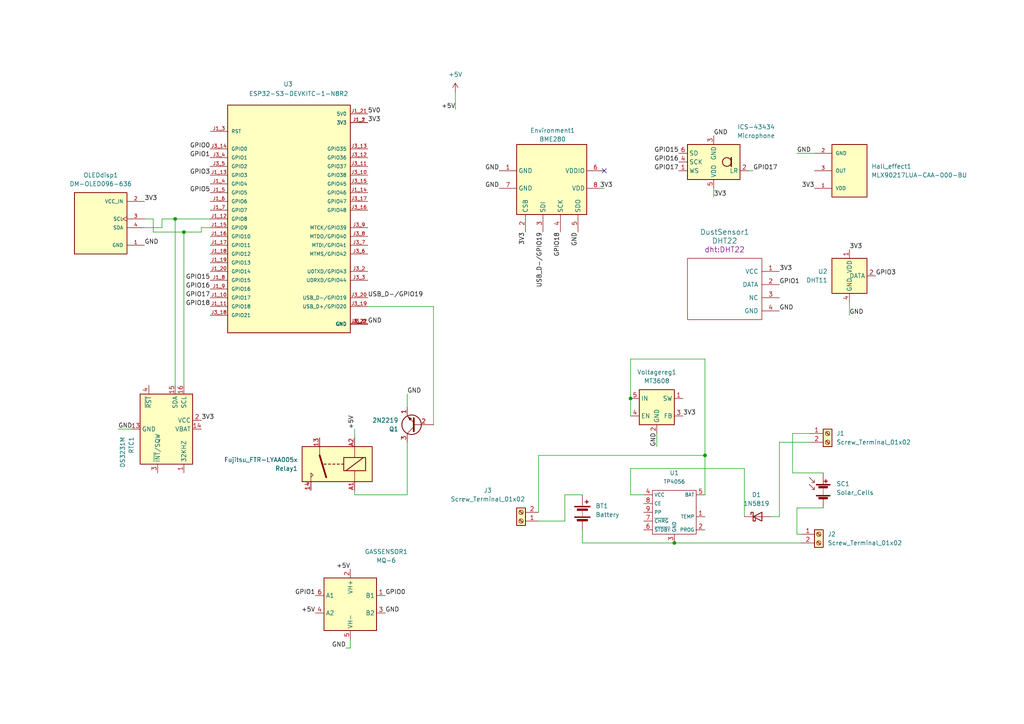
<source format=kicad_sch>
(kicad_sch
	(version 20231120)
	(generator "eeschema")
	(generator_version "8.0")
	(uuid "f5857ded-09f4-46b5-8f1a-abddde646140")
	(paper "A4")
	(lib_symbols
		(symbol "Connector:Screw_Terminal_01x02"
			(pin_names
				(offset 1.016) hide)
			(exclude_from_sim no)
			(in_bom yes)
			(on_board yes)
			(property "Reference" "J"
				(at 0 2.54 0)
				(effects
					(font
						(size 1.27 1.27)
					)
				)
			)
			(property "Value" "Screw_Terminal_01x02"
				(at 0 -5.08 0)
				(effects
					(font
						(size 1.27 1.27)
					)
				)
			)
			(property "Footprint" ""
				(at 0 0 0)
				(effects
					(font
						(size 1.27 1.27)
					)
					(hide yes)
				)
			)
			(property "Datasheet" "~"
				(at 0 0 0)
				(effects
					(font
						(size 1.27 1.27)
					)
					(hide yes)
				)
			)
			(property "Description" "Generic screw terminal, single row, 01x02, script generated (kicad-library-utils/schlib/autogen/connector/)"
				(at 0 0 0)
				(effects
					(font
						(size 1.27 1.27)
					)
					(hide yes)
				)
			)
			(property "ki_keywords" "screw terminal"
				(at 0 0 0)
				(effects
					(font
						(size 1.27 1.27)
					)
					(hide yes)
				)
			)
			(property "ki_fp_filters" "TerminalBlock*:*"
				(at 0 0 0)
				(effects
					(font
						(size 1.27 1.27)
					)
					(hide yes)
				)
			)
			(symbol "Screw_Terminal_01x02_1_1"
				(rectangle
					(start -1.27 1.27)
					(end 1.27 -3.81)
					(stroke
						(width 0.254)
						(type default)
					)
					(fill
						(type background)
					)
				)
				(circle
					(center 0 -2.54)
					(radius 0.635)
					(stroke
						(width 0.1524)
						(type default)
					)
					(fill
						(type none)
					)
				)
				(polyline
					(pts
						(xy -0.5334 -2.2098) (xy 0.3302 -3.048)
					)
					(stroke
						(width 0.1524)
						(type default)
					)
					(fill
						(type none)
					)
				)
				(polyline
					(pts
						(xy -0.5334 0.3302) (xy 0.3302 -0.508)
					)
					(stroke
						(width 0.1524)
						(type default)
					)
					(fill
						(type none)
					)
				)
				(polyline
					(pts
						(xy -0.3556 -2.032) (xy 0.508 -2.8702)
					)
					(stroke
						(width 0.1524)
						(type default)
					)
					(fill
						(type none)
					)
				)
				(polyline
					(pts
						(xy -0.3556 0.508) (xy 0.508 -0.3302)
					)
					(stroke
						(width 0.1524)
						(type default)
					)
					(fill
						(type none)
					)
				)
				(circle
					(center 0 0)
					(radius 0.635)
					(stroke
						(width 0.1524)
						(type default)
					)
					(fill
						(type none)
					)
				)
				(pin passive line
					(at -5.08 0 0)
					(length 3.81)
					(name "Pin_1"
						(effects
							(font
								(size 1.27 1.27)
							)
						)
					)
					(number "1"
						(effects
							(font
								(size 1.27 1.27)
							)
						)
					)
				)
				(pin passive line
					(at -5.08 -2.54 0)
					(length 3.81)
					(name "Pin_2"
						(effects
							(font
								(size 1.27 1.27)
							)
						)
					)
					(number "2"
						(effects
							(font
								(size 1.27 1.27)
							)
						)
					)
				)
			)
		)
		(symbol "DM-OLED096-636:DM-OLED096-636"
			(pin_names
				(offset 1.016)
			)
			(exclude_from_sim no)
			(in_bom yes)
			(on_board yes)
			(property "Reference" "U"
				(at -7.62 10.922 0)
				(effects
					(font
						(size 1.27 1.27)
					)
					(justify left bottom)
				)
			)
			(property "Value" "DM-OLED096-636"
				(at -7.62 -10.16 0)
				(effects
					(font
						(size 1.27 1.27)
					)
					(justify left bottom)
				)
			)
			(property "Footprint" "DM-OLED096-636:MODULE_DM-OLED096-636"
				(at 0 0 0)
				(effects
					(font
						(size 1.27 1.27)
					)
					(justify bottom)
					(hide yes)
				)
			)
			(property "Datasheet" ""
				(at 0 0 0)
				(effects
					(font
						(size 1.27 1.27)
					)
					(hide yes)
				)
			)
			(property "Description" ""
				(at 0 0 0)
				(effects
					(font
						(size 1.27 1.27)
					)
					(hide yes)
				)
			)
			(property "MF" "Display Module"
				(at 0 0 0)
				(effects
					(font
						(size 1.27 1.27)
					)
					(justify bottom)
					(hide yes)
				)
			)
			(property "MAXIMUM_PACKAGE_HEIGHT" "11.3 mm"
				(at 0 0 0)
				(effects
					(font
						(size 1.27 1.27)
					)
					(justify bottom)
					(hide yes)
				)
			)
			(property "Package" "Package"
				(at 0 0 0)
				(effects
					(font
						(size 1.27 1.27)
					)
					(justify bottom)
					(hide yes)
				)
			)
			(property "Price" "None"
				(at 0 0 0)
				(effects
					(font
						(size 1.27 1.27)
					)
					(justify bottom)
					(hide yes)
				)
			)
			(property "Check_prices" "https://www.snapeda.com/parts/DM-OLED096-636/Display+Module/view-part/?ref=eda"
				(at 0 0 0)
				(effects
					(font
						(size 1.27 1.27)
					)
					(justify bottom)
					(hide yes)
				)
			)
			(property "STANDARD" "Manufacturer Recommendations"
				(at 0 0 0)
				(effects
					(font
						(size 1.27 1.27)
					)
					(justify bottom)
					(hide yes)
				)
			)
			(property "PARTREV" "2018-09-10"
				(at 0 0 0)
				(effects
					(font
						(size 1.27 1.27)
					)
					(justify bottom)
					(hide yes)
				)
			)
			(property "SnapEDA_Link" "https://www.snapeda.com/parts/DM-OLED096-636/Display+Module/view-part/?ref=snap"
				(at 0 0 0)
				(effects
					(font
						(size 1.27 1.27)
					)
					(justify bottom)
					(hide yes)
				)
			)
			(property "MP" "DM-OLED096-636"
				(at 0 0 0)
				(effects
					(font
						(size 1.27 1.27)
					)
					(justify bottom)
					(hide yes)
				)
			)
			(property "Description_1" "\n                        \n                            0.96” 128 X 64 MONOCHROME GRAPHIC OLED DISPLAY MODULE - I2C\n                        \n"
				(at 0 0 0)
				(effects
					(font
						(size 1.27 1.27)
					)
					(justify bottom)
					(hide yes)
				)
			)
			(property "Availability" "Not in stock"
				(at 0 0 0)
				(effects
					(font
						(size 1.27 1.27)
					)
					(justify bottom)
					(hide yes)
				)
			)
			(property "MANUFACTURER" "Displaymodule"
				(at 0 0 0)
				(effects
					(font
						(size 1.27 1.27)
					)
					(justify bottom)
					(hide yes)
				)
			)
			(symbol "DM-OLED096-636_0_0"
				(rectangle
					(start -7.62 -7.62)
					(end 7.62 10.16)
					(stroke
						(width 0.254)
						(type default)
					)
					(fill
						(type background)
					)
				)
				(pin power_in line
					(at 12.7 -5.08 180)
					(length 5.08)
					(name "GND"
						(effects
							(font
								(size 1.016 1.016)
							)
						)
					)
					(number "1"
						(effects
							(font
								(size 1.016 1.016)
							)
						)
					)
				)
				(pin power_in line
					(at 12.7 7.62 180)
					(length 5.08)
					(name "VCC_IN"
						(effects
							(font
								(size 1.016 1.016)
							)
						)
					)
					(number "2"
						(effects
							(font
								(size 1.016 1.016)
							)
						)
					)
				)
				(pin input clock
					(at 12.7 2.54 180)
					(length 5.08)
					(name "SCL"
						(effects
							(font
								(size 1.016 1.016)
							)
						)
					)
					(number "3"
						(effects
							(font
								(size 1.016 1.016)
							)
						)
					)
				)
				(pin bidirectional line
					(at 12.7 0 180)
					(length 5.08)
					(name "SDA"
						(effects
							(font
								(size 1.016 1.016)
							)
						)
					)
					(number "4"
						(effects
							(font
								(size 1.016 1.016)
							)
						)
					)
				)
			)
		)
		(symbol "Device:Battery"
			(pin_numbers hide)
			(pin_names
				(offset 0) hide)
			(exclude_from_sim no)
			(in_bom yes)
			(on_board yes)
			(property "Reference" "BT"
				(at 2.54 2.54 0)
				(effects
					(font
						(size 1.27 1.27)
					)
					(justify left)
				)
			)
			(property "Value" "Battery"
				(at 2.54 0 0)
				(effects
					(font
						(size 1.27 1.27)
					)
					(justify left)
				)
			)
			(property "Footprint" ""
				(at 0 1.524 90)
				(effects
					(font
						(size 1.27 1.27)
					)
					(hide yes)
				)
			)
			(property "Datasheet" "~"
				(at 0 1.524 90)
				(effects
					(font
						(size 1.27 1.27)
					)
					(hide yes)
				)
			)
			(property "Description" "Multiple-cell battery"
				(at 0 0 0)
				(effects
					(font
						(size 1.27 1.27)
					)
					(hide yes)
				)
			)
			(property "ki_keywords" "batt voltage-source cell"
				(at 0 0 0)
				(effects
					(font
						(size 1.27 1.27)
					)
					(hide yes)
				)
			)
			(symbol "Battery_0_1"
				(rectangle
					(start -2.286 -1.27)
					(end 2.286 -1.524)
					(stroke
						(width 0)
						(type default)
					)
					(fill
						(type outline)
					)
				)
				(rectangle
					(start -2.286 1.778)
					(end 2.286 1.524)
					(stroke
						(width 0)
						(type default)
					)
					(fill
						(type outline)
					)
				)
				(rectangle
					(start -1.524 -2.032)
					(end 1.524 -2.54)
					(stroke
						(width 0)
						(type default)
					)
					(fill
						(type outline)
					)
				)
				(rectangle
					(start -1.524 1.016)
					(end 1.524 0.508)
					(stroke
						(width 0)
						(type default)
					)
					(fill
						(type outline)
					)
				)
				(polyline
					(pts
						(xy 0 -1.016) (xy 0 -0.762)
					)
					(stroke
						(width 0)
						(type default)
					)
					(fill
						(type none)
					)
				)
				(polyline
					(pts
						(xy 0 -0.508) (xy 0 -0.254)
					)
					(stroke
						(width 0)
						(type default)
					)
					(fill
						(type none)
					)
				)
				(polyline
					(pts
						(xy 0 0) (xy 0 0.254)
					)
					(stroke
						(width 0)
						(type default)
					)
					(fill
						(type none)
					)
				)
				(polyline
					(pts
						(xy 0 1.778) (xy 0 2.54)
					)
					(stroke
						(width 0)
						(type default)
					)
					(fill
						(type none)
					)
				)
				(polyline
					(pts
						(xy 0.762 3.048) (xy 1.778 3.048)
					)
					(stroke
						(width 0.254)
						(type default)
					)
					(fill
						(type none)
					)
				)
				(polyline
					(pts
						(xy 1.27 3.556) (xy 1.27 2.54)
					)
					(stroke
						(width 0.254)
						(type default)
					)
					(fill
						(type none)
					)
				)
			)
			(symbol "Battery_1_1"
				(pin passive line
					(at 0 5.08 270)
					(length 2.54)
					(name "+"
						(effects
							(font
								(size 1.27 1.27)
							)
						)
					)
					(number "1"
						(effects
							(font
								(size 1.27 1.27)
							)
						)
					)
				)
				(pin passive line
					(at 0 -5.08 90)
					(length 2.54)
					(name "-"
						(effects
							(font
								(size 1.27 1.27)
							)
						)
					)
					(number "2"
						(effects
							(font
								(size 1.27 1.27)
							)
						)
					)
				)
			)
		)
		(symbol "Device:Solar_Cells"
			(pin_numbers hide)
			(pin_names
				(offset 0) hide)
			(exclude_from_sim no)
			(in_bom yes)
			(on_board yes)
			(property "Reference" "SC"
				(at 2.54 2.54 0)
				(effects
					(font
						(size 1.27 1.27)
					)
					(justify left)
				)
			)
			(property "Value" "Solar_Cells"
				(at 2.54 0 0)
				(effects
					(font
						(size 1.27 1.27)
					)
					(justify left)
				)
			)
			(property "Footprint" ""
				(at 0 1.524 90)
				(effects
					(font
						(size 1.27 1.27)
					)
					(hide yes)
				)
			)
			(property "Datasheet" "~"
				(at 0 1.524 90)
				(effects
					(font
						(size 1.27 1.27)
					)
					(hide yes)
				)
			)
			(property "Description" "Multiple solar cells"
				(at 0 0 0)
				(effects
					(font
						(size 1.27 1.27)
					)
					(hide yes)
				)
			)
			(property "ki_keywords" "solar cell"
				(at 0 0 0)
				(effects
					(font
						(size 1.27 1.27)
					)
					(hide yes)
				)
			)
			(symbol "Solar_Cells_0_1"
				(rectangle
					(start -2.032 -1.397)
					(end 2.032 -1.651)
					(stroke
						(width 0)
						(type default)
					)
					(fill
						(type outline)
					)
				)
				(rectangle
					(start -2.032 1.778)
					(end 2.032 1.524)
					(stroke
						(width 0)
						(type default)
					)
					(fill
						(type outline)
					)
				)
				(rectangle
					(start -1.3208 -1.9812)
					(end 1.27 -2.4892)
					(stroke
						(width 0)
						(type default)
					)
					(fill
						(type outline)
					)
				)
				(rectangle
					(start -1.3208 1.1938)
					(end 1.27 0.6858)
					(stroke
						(width 0)
						(type default)
					)
					(fill
						(type outline)
					)
				)
				(polyline
					(pts
						(xy -2.54 0.254) (xy -4.064 1.778)
					)
					(stroke
						(width 0)
						(type default)
					)
					(fill
						(type none)
					)
				)
				(polyline
					(pts
						(xy -2.54 2.286) (xy -4.064 3.81)
					)
					(stroke
						(width 0)
						(type default)
					)
					(fill
						(type none)
					)
				)
				(polyline
					(pts
						(xy 0 -1.524) (xy 0 -1.27)
					)
					(stroke
						(width 0)
						(type default)
					)
					(fill
						(type none)
					)
				)
				(polyline
					(pts
						(xy 0 -1.016) (xy 0 -0.762)
					)
					(stroke
						(width 0)
						(type default)
					)
					(fill
						(type none)
					)
				)
				(polyline
					(pts
						(xy 0 -0.508) (xy 0 -0.254)
					)
					(stroke
						(width 0)
						(type default)
					)
					(fill
						(type none)
					)
				)
				(polyline
					(pts
						(xy 0 0) (xy 0 0.254)
					)
					(stroke
						(width 0)
						(type default)
					)
					(fill
						(type none)
					)
				)
				(polyline
					(pts
						(xy 0 0.508) (xy 0 0.762)
					)
					(stroke
						(width 0)
						(type default)
					)
					(fill
						(type none)
					)
				)
				(polyline
					(pts
						(xy 0 1.778) (xy 0 2.54)
					)
					(stroke
						(width 0)
						(type default)
					)
					(fill
						(type none)
					)
				)
				(polyline
					(pts
						(xy 0.254 2.667) (xy 1.27 2.667)
					)
					(stroke
						(width 0.254)
						(type default)
					)
					(fill
						(type none)
					)
				)
				(polyline
					(pts
						(xy 0.762 3.175) (xy 0.762 2.159)
					)
					(stroke
						(width 0.254)
						(type default)
					)
					(fill
						(type none)
					)
				)
				(polyline
					(pts
						(xy -2.54 1.016) (xy -2.54 0.254) (xy -3.302 0.254)
					)
					(stroke
						(width 0)
						(type default)
					)
					(fill
						(type none)
					)
				)
				(polyline
					(pts
						(xy -2.54 3.048) (xy -2.54 2.286) (xy -3.302 2.286)
					)
					(stroke
						(width 0)
						(type default)
					)
					(fill
						(type none)
					)
				)
			)
			(symbol "Solar_Cells_1_1"
				(pin passive line
					(at 0 5.08 270)
					(length 2.54)
					(name "+"
						(effects
							(font
								(size 1.27 1.27)
							)
						)
					)
					(number "1"
						(effects
							(font
								(size 1.27 1.27)
							)
						)
					)
				)
				(pin passive line
					(at 0 -5.08 90)
					(length 2.54)
					(name "-"
						(effects
							(font
								(size 1.27 1.27)
							)
						)
					)
					(number "2"
						(effects
							(font
								(size 1.27 1.27)
							)
						)
					)
				)
			)
		)
		(symbol "Diode:1N5819"
			(pin_numbers hide)
			(pin_names
				(offset 1.016) hide)
			(exclude_from_sim no)
			(in_bom yes)
			(on_board yes)
			(property "Reference" "D"
				(at 0 2.54 0)
				(effects
					(font
						(size 1.27 1.27)
					)
				)
			)
			(property "Value" "1N5819"
				(at 0 -2.54 0)
				(effects
					(font
						(size 1.27 1.27)
					)
				)
			)
			(property "Footprint" "Diode_THT:D_DO-41_SOD81_P10.16mm_Horizontal"
				(at 0 -4.445 0)
				(effects
					(font
						(size 1.27 1.27)
					)
					(hide yes)
				)
			)
			(property "Datasheet" "http://www.vishay.com/docs/88525/1n5817.pdf"
				(at 0 0 0)
				(effects
					(font
						(size 1.27 1.27)
					)
					(hide yes)
				)
			)
			(property "Description" "40V 1A Schottky Barrier Rectifier Diode, DO-41"
				(at 0 0 0)
				(effects
					(font
						(size 1.27 1.27)
					)
					(hide yes)
				)
			)
			(property "ki_keywords" "diode Schottky"
				(at 0 0 0)
				(effects
					(font
						(size 1.27 1.27)
					)
					(hide yes)
				)
			)
			(property "ki_fp_filters" "D*DO?41*"
				(at 0 0 0)
				(effects
					(font
						(size 1.27 1.27)
					)
					(hide yes)
				)
			)
			(symbol "1N5819_0_1"
				(polyline
					(pts
						(xy 1.27 0) (xy -1.27 0)
					)
					(stroke
						(width 0)
						(type default)
					)
					(fill
						(type none)
					)
				)
				(polyline
					(pts
						(xy 1.27 1.27) (xy 1.27 -1.27) (xy -1.27 0) (xy 1.27 1.27)
					)
					(stroke
						(width 0.254)
						(type default)
					)
					(fill
						(type none)
					)
				)
				(polyline
					(pts
						(xy -1.905 0.635) (xy -1.905 1.27) (xy -1.27 1.27) (xy -1.27 -1.27) (xy -0.635 -1.27) (xy -0.635 -0.635)
					)
					(stroke
						(width 0.254)
						(type default)
					)
					(fill
						(type none)
					)
				)
			)
			(symbol "1N5819_1_1"
				(pin passive line
					(at -3.81 0 0)
					(length 2.54)
					(name "K"
						(effects
							(font
								(size 1.27 1.27)
							)
						)
					)
					(number "1"
						(effects
							(font
								(size 1.27 1.27)
							)
						)
					)
				)
				(pin passive line
					(at 3.81 0 180)
					(length 2.54)
					(name "A"
						(effects
							(font
								(size 1.27 1.27)
							)
						)
					)
					(number "2"
						(effects
							(font
								(size 1.27 1.27)
							)
						)
					)
				)
			)
		)
		(symbol "ESP32-S3-DEVKITC-1-N8R2:ESP32-S3-DEVKITC-1-N8R2"
			(pin_names
				(offset 1.016)
			)
			(exclude_from_sim no)
			(in_bom yes)
			(on_board yes)
			(property "Reference" "U"
				(at -17.78 35.56 0)
				(effects
					(font
						(size 1.27 1.27)
					)
					(justify left top)
				)
			)
			(property "Value" "ESP32-S3-DEVKITC-1-N8R2"
				(at -17.78 -35.56 0)
				(effects
					(font
						(size 1.27 1.27)
					)
					(justify left bottom)
				)
			)
			(property "Footprint" "ESP32-S3-DEVKITC-1-N8R2:XCVR_ESP32-S3-DEVKITC-1-N8R2"
				(at 0 0 0)
				(effects
					(font
						(size 1.27 1.27)
					)
					(justify bottom)
					(hide yes)
				)
			)
			(property "Datasheet" ""
				(at 0 0 0)
				(effects
					(font
						(size 1.27 1.27)
					)
					(hide yes)
				)
			)
			(property "Description" ""
				(at 0 0 0)
				(effects
					(font
						(size 1.27 1.27)
					)
					(hide yes)
				)
			)
			(property "MF" "Espressif Systems"
				(at 0 0 0)
				(effects
					(font
						(size 1.27 1.27)
					)
					(justify bottom)
					(hide yes)
				)
			)
			(property "Description_1" "\n                        \n                            WiFi Development Tools - 802.11 ESP32-S3 general-purpose development board, embeds ESP32-S3-WROOM-1-N8R2, with pin header\n                        \n"
				(at 0 0 0)
				(effects
					(font
						(size 1.27 1.27)
					)
					(justify bottom)
					(hide yes)
				)
			)
			(property "Package" "None"
				(at 0 0 0)
				(effects
					(font
						(size 1.27 1.27)
					)
					(justify bottom)
					(hide yes)
				)
			)
			(property "Price" "None"
				(at 0 0 0)
				(effects
					(font
						(size 1.27 1.27)
					)
					(justify bottom)
					(hide yes)
				)
			)
			(property "Check_prices" "https://www.snapeda.com/parts/ESP32-S3-DEVKITC-1-N8R2/Espressif+Systems/view-part/?ref=eda"
				(at 0 0 0)
				(effects
					(font
						(size 1.27 1.27)
					)
					(justify bottom)
					(hide yes)
				)
			)
			(property "STANDARD" "Manufacturer Recommendations"
				(at 0 0 0)
				(effects
					(font
						(size 1.27 1.27)
					)
					(justify bottom)
					(hide yes)
				)
			)
			(property "PARTREV" "V1"
				(at 0 0 0)
				(effects
					(font
						(size 1.27 1.27)
					)
					(justify bottom)
					(hide yes)
				)
			)
			(property "SnapEDA_Link" "https://www.snapeda.com/parts/ESP32-S3-DEVKITC-1-N8R2/Espressif+Systems/view-part/?ref=snap"
				(at 0 0 0)
				(effects
					(font
						(size 1.27 1.27)
					)
					(justify bottom)
					(hide yes)
				)
			)
			(property "MP" "ESP32-S3-DEVKITC-1-N8R2"
				(at 0 0 0)
				(effects
					(font
						(size 1.27 1.27)
					)
					(justify bottom)
					(hide yes)
				)
			)
			(property "Availability" "In Stock"
				(at 0 0 0)
				(effects
					(font
						(size 1.27 1.27)
					)
					(justify bottom)
					(hide yes)
				)
			)
			(property "MANUFACTURER" "Espressif"
				(at 0 0 0)
				(effects
					(font
						(size 1.27 1.27)
					)
					(justify bottom)
					(hide yes)
				)
			)
			(symbol "ESP32-S3-DEVKITC-1-N8R2_0_0"
				(rectangle
					(start -17.78 -33.02)
					(end 17.78 33.02)
					(stroke
						(width 0.254)
						(type default)
					)
					(fill
						(type background)
					)
				)
				(pin power_in line
					(at 22.86 27.94 180)
					(length 5.08)
					(name "3V3"
						(effects
							(font
								(size 1.016 1.016)
							)
						)
					)
					(number "J1_1"
						(effects
							(font
								(size 1.016 1.016)
							)
						)
					)
				)
				(pin bidirectional line
					(at -22.86 -22.86 0)
					(length 5.08)
					(name "GPIO17"
						(effects
							(font
								(size 1.016 1.016)
							)
						)
					)
					(number "J1_10"
						(effects
							(font
								(size 1.016 1.016)
							)
						)
					)
				)
				(pin bidirectional line
					(at -22.86 -25.4 0)
					(length 5.08)
					(name "GPIO18"
						(effects
							(font
								(size 1.016 1.016)
							)
						)
					)
					(number "J1_11"
						(effects
							(font
								(size 1.016 1.016)
							)
						)
					)
				)
				(pin bidirectional line
					(at -22.86 0 0)
					(length 5.08)
					(name "GPIO8"
						(effects
							(font
								(size 1.016 1.016)
							)
						)
					)
					(number "J1_12"
						(effects
							(font
								(size 1.016 1.016)
							)
						)
					)
				)
				(pin bidirectional line
					(at -22.86 12.7 0)
					(length 5.08)
					(name "GPIO3"
						(effects
							(font
								(size 1.016 1.016)
							)
						)
					)
					(number "J1_13"
						(effects
							(font
								(size 1.016 1.016)
							)
						)
					)
				)
				(pin bidirectional line
					(at 22.86 7.62 180)
					(length 5.08)
					(name "GPIO46"
						(effects
							(font
								(size 1.016 1.016)
							)
						)
					)
					(number "J1_14"
						(effects
							(font
								(size 1.016 1.016)
							)
						)
					)
				)
				(pin bidirectional line
					(at -22.86 -2.54 0)
					(length 5.08)
					(name "GPIO9"
						(effects
							(font
								(size 1.016 1.016)
							)
						)
					)
					(number "J1_15"
						(effects
							(font
								(size 1.016 1.016)
							)
						)
					)
				)
				(pin bidirectional line
					(at -22.86 -5.08 0)
					(length 5.08)
					(name "GPIO10"
						(effects
							(font
								(size 1.016 1.016)
							)
						)
					)
					(number "J1_16"
						(effects
							(font
								(size 1.016 1.016)
							)
						)
					)
				)
				(pin bidirectional line
					(at -22.86 -7.62 0)
					(length 5.08)
					(name "GPIO11"
						(effects
							(font
								(size 1.016 1.016)
							)
						)
					)
					(number "J1_17"
						(effects
							(font
								(size 1.016 1.016)
							)
						)
					)
				)
				(pin bidirectional line
					(at -22.86 -10.16 0)
					(length 5.08)
					(name "GPIO12"
						(effects
							(font
								(size 1.016 1.016)
							)
						)
					)
					(number "J1_18"
						(effects
							(font
								(size 1.016 1.016)
							)
						)
					)
				)
				(pin bidirectional line
					(at -22.86 -12.7 0)
					(length 5.08)
					(name "GPIO13"
						(effects
							(font
								(size 1.016 1.016)
							)
						)
					)
					(number "J1_19"
						(effects
							(font
								(size 1.016 1.016)
							)
						)
					)
				)
				(pin power_in line
					(at 22.86 27.94 180)
					(length 5.08)
					(name "3V3"
						(effects
							(font
								(size 1.016 1.016)
							)
						)
					)
					(number "J1_2"
						(effects
							(font
								(size 1.016 1.016)
							)
						)
					)
				)
				(pin bidirectional line
					(at -22.86 -15.24 0)
					(length 5.08)
					(name "GPIO14"
						(effects
							(font
								(size 1.016 1.016)
							)
						)
					)
					(number "J1_20"
						(effects
							(font
								(size 1.016 1.016)
							)
						)
					)
				)
				(pin power_in line
					(at 22.86 30.48 180)
					(length 5.08)
					(name "5V0"
						(effects
							(font
								(size 1.016 1.016)
							)
						)
					)
					(number "J1_21"
						(effects
							(font
								(size 1.016 1.016)
							)
						)
					)
				)
				(pin power_in line
					(at 22.86 -30.48 180)
					(length 5.08)
					(name "GND"
						(effects
							(font
								(size 1.016 1.016)
							)
						)
					)
					(number "J1_22"
						(effects
							(font
								(size 1.016 1.016)
							)
						)
					)
				)
				(pin input line
					(at -22.86 25.4 0)
					(length 5.08)
					(name "RST"
						(effects
							(font
								(size 1.016 1.016)
							)
						)
					)
					(number "J1_3"
						(effects
							(font
								(size 1.016 1.016)
							)
						)
					)
				)
				(pin bidirectional line
					(at -22.86 10.16 0)
					(length 5.08)
					(name "GPIO4"
						(effects
							(font
								(size 1.016 1.016)
							)
						)
					)
					(number "J1_4"
						(effects
							(font
								(size 1.016 1.016)
							)
						)
					)
				)
				(pin bidirectional line
					(at -22.86 7.62 0)
					(length 5.08)
					(name "GPIO5"
						(effects
							(font
								(size 1.016 1.016)
							)
						)
					)
					(number "J1_5"
						(effects
							(font
								(size 1.016 1.016)
							)
						)
					)
				)
				(pin bidirectional line
					(at -22.86 5.08 0)
					(length 5.08)
					(name "GPIO6"
						(effects
							(font
								(size 1.016 1.016)
							)
						)
					)
					(number "J1_6"
						(effects
							(font
								(size 1.016 1.016)
							)
						)
					)
				)
				(pin bidirectional line
					(at -22.86 2.54 0)
					(length 5.08)
					(name "GPIO7"
						(effects
							(font
								(size 1.016 1.016)
							)
						)
					)
					(number "J1_7"
						(effects
							(font
								(size 1.016 1.016)
							)
						)
					)
				)
				(pin bidirectional line
					(at -22.86 -17.78 0)
					(length 5.08)
					(name "GPIO15"
						(effects
							(font
								(size 1.016 1.016)
							)
						)
					)
					(number "J1_8"
						(effects
							(font
								(size 1.016 1.016)
							)
						)
					)
				)
				(pin bidirectional line
					(at -22.86 -20.32 0)
					(length 5.08)
					(name "GPIO16"
						(effects
							(font
								(size 1.016 1.016)
							)
						)
					)
					(number "J1_9"
						(effects
							(font
								(size 1.016 1.016)
							)
						)
					)
				)
				(pin power_in line
					(at 22.86 -30.48 180)
					(length 5.08)
					(name "GND"
						(effects
							(font
								(size 1.016 1.016)
							)
						)
					)
					(number "J3_1"
						(effects
							(font
								(size 1.016 1.016)
							)
						)
					)
				)
				(pin bidirectional line
					(at 22.86 12.7 180)
					(length 5.08)
					(name "GPIO38"
						(effects
							(font
								(size 1.016 1.016)
							)
						)
					)
					(number "J3_10"
						(effects
							(font
								(size 1.016 1.016)
							)
						)
					)
				)
				(pin bidirectional line
					(at 22.86 15.24 180)
					(length 5.08)
					(name "GPIO37"
						(effects
							(font
								(size 1.016 1.016)
							)
						)
					)
					(number "J3_11"
						(effects
							(font
								(size 1.016 1.016)
							)
						)
					)
				)
				(pin bidirectional line
					(at 22.86 17.78 180)
					(length 5.08)
					(name "GPIO36"
						(effects
							(font
								(size 1.016 1.016)
							)
						)
					)
					(number "J3_12"
						(effects
							(font
								(size 1.016 1.016)
							)
						)
					)
				)
				(pin bidirectional line
					(at 22.86 20.32 180)
					(length 5.08)
					(name "GPIO35"
						(effects
							(font
								(size 1.016 1.016)
							)
						)
					)
					(number "J3_13"
						(effects
							(font
								(size 1.016 1.016)
							)
						)
					)
				)
				(pin bidirectional line
					(at -22.86 20.32 0)
					(length 5.08)
					(name "GPIO0"
						(effects
							(font
								(size 1.016 1.016)
							)
						)
					)
					(number "J3_14"
						(effects
							(font
								(size 1.016 1.016)
							)
						)
					)
				)
				(pin bidirectional line
					(at 22.86 10.16 180)
					(length 5.08)
					(name "GPIO45"
						(effects
							(font
								(size 1.016 1.016)
							)
						)
					)
					(number "J3_15"
						(effects
							(font
								(size 1.016 1.016)
							)
						)
					)
				)
				(pin bidirectional line
					(at 22.86 2.54 180)
					(length 5.08)
					(name "GPIO48"
						(effects
							(font
								(size 1.016 1.016)
							)
						)
					)
					(number "J3_16"
						(effects
							(font
								(size 1.016 1.016)
							)
						)
					)
				)
				(pin bidirectional line
					(at 22.86 5.08 180)
					(length 5.08)
					(name "GPIO47"
						(effects
							(font
								(size 1.016 1.016)
							)
						)
					)
					(number "J3_17"
						(effects
							(font
								(size 1.016 1.016)
							)
						)
					)
				)
				(pin bidirectional line
					(at -22.86 -27.94 0)
					(length 5.08)
					(name "GPIO21"
						(effects
							(font
								(size 1.016 1.016)
							)
						)
					)
					(number "J3_18"
						(effects
							(font
								(size 1.016 1.016)
							)
						)
					)
				)
				(pin bidirectional line
					(at 22.86 -25.4 180)
					(length 5.08)
					(name "USB_D+/GPIO20"
						(effects
							(font
								(size 1.016 1.016)
							)
						)
					)
					(number "J3_19"
						(effects
							(font
								(size 1.016 1.016)
							)
						)
					)
				)
				(pin bidirectional line
					(at 22.86 -15.24 180)
					(length 5.08)
					(name "U0TXD/GPIO43"
						(effects
							(font
								(size 1.016 1.016)
							)
						)
					)
					(number "J3_2"
						(effects
							(font
								(size 1.016 1.016)
							)
						)
					)
				)
				(pin bidirectional line
					(at 22.86 -22.86 180)
					(length 5.08)
					(name "USB_D-/GPIO19"
						(effects
							(font
								(size 1.016 1.016)
							)
						)
					)
					(number "J3_20"
						(effects
							(font
								(size 1.016 1.016)
							)
						)
					)
				)
				(pin power_in line
					(at 22.86 -30.48 180)
					(length 5.08)
					(name "GND"
						(effects
							(font
								(size 1.016 1.016)
							)
						)
					)
					(number "J3_21"
						(effects
							(font
								(size 1.016 1.016)
							)
						)
					)
				)
				(pin power_in line
					(at 22.86 -30.48 180)
					(length 5.08)
					(name "GND"
						(effects
							(font
								(size 1.016 1.016)
							)
						)
					)
					(number "J3_22"
						(effects
							(font
								(size 1.016 1.016)
							)
						)
					)
				)
				(pin bidirectional line
					(at 22.86 -17.78 180)
					(length 5.08)
					(name "U0RXD/GPIO44"
						(effects
							(font
								(size 1.016 1.016)
							)
						)
					)
					(number "J3_3"
						(effects
							(font
								(size 1.016 1.016)
							)
						)
					)
				)
				(pin bidirectional line
					(at -22.86 17.78 0)
					(length 5.08)
					(name "GPIO1"
						(effects
							(font
								(size 1.016 1.016)
							)
						)
					)
					(number "J3_4"
						(effects
							(font
								(size 1.016 1.016)
							)
						)
					)
				)
				(pin bidirectional line
					(at -22.86 15.24 0)
					(length 5.08)
					(name "GPIO2"
						(effects
							(font
								(size 1.016 1.016)
							)
						)
					)
					(number "J3_5"
						(effects
							(font
								(size 1.016 1.016)
							)
						)
					)
				)
				(pin bidirectional line
					(at 22.86 -10.16 180)
					(length 5.08)
					(name "MTMS/GPIO42"
						(effects
							(font
								(size 1.016 1.016)
							)
						)
					)
					(number "J3_6"
						(effects
							(font
								(size 1.016 1.016)
							)
						)
					)
				)
				(pin bidirectional line
					(at 22.86 -7.62 180)
					(length 5.08)
					(name "MTDI/GPIO41"
						(effects
							(font
								(size 1.016 1.016)
							)
						)
					)
					(number "J3_7"
						(effects
							(font
								(size 1.016 1.016)
							)
						)
					)
				)
				(pin bidirectional line
					(at 22.86 -5.08 180)
					(length 5.08)
					(name "MTDO/GPIO40"
						(effects
							(font
								(size 1.016 1.016)
							)
						)
					)
					(number "J3_8"
						(effects
							(font
								(size 1.016 1.016)
							)
						)
					)
				)
				(pin bidirectional line
					(at 22.86 -2.54 180)
					(length 5.08)
					(name "MTCK/GPIO39"
						(effects
							(font
								(size 1.016 1.016)
							)
						)
					)
					(number "J3_9"
						(effects
							(font
								(size 1.016 1.016)
							)
						)
					)
				)
			)
		)
		(symbol "MLX90217LUA-CAA-000-BU:MLX90217LUA-CAA-000-BU"
			(pin_names
				(offset 1.016)
			)
			(exclude_from_sim no)
			(in_bom yes)
			(on_board yes)
			(property "Reference" "U"
				(at -5.08 8.382 0)
				(effects
					(font
						(size 1.27 1.27)
					)
					(justify left bottom)
				)
			)
			(property "Value" "MLX90217LUA-CAA-000-BU"
				(at -5.08 -10.16 0)
				(effects
					(font
						(size 1.27 1.27)
					)
					(justify left bottom)
				)
			)
			(property "Footprint" "MLX90217LUA-CAA-000-BU:TO92127P410H430-3"
				(at 0 0 0)
				(effects
					(font
						(size 1.27 1.27)
					)
					(justify bottom)
					(hide yes)
				)
			)
			(property "Datasheet" ""
				(at 0 0 0)
				(effects
					(font
						(size 1.27 1.27)
					)
					(hide yes)
				)
			)
			(property "Description" ""
				(at 0 0 0)
				(effects
					(font
						(size 1.27 1.27)
					)
					(hide yes)
				)
			)
			(property "MF" "Melexis"
				(at 0 0 0)
				(effects
					(font
						(size 1.27 1.27)
					)
					(justify bottom)
					(hide yes)
				)
			)
			(property "MAXIMUM_PACKAGE_HEIGHT" "4.3mm"
				(at 0 0 0)
				(effects
					(font
						(size 1.27 1.27)
					)
					(justify bottom)
					(hide yes)
				)
			)
			(property "Package" "TO-92-3 Melexis"
				(at 0 0 0)
				(effects
					(font
						(size 1.27 1.27)
					)
					(justify bottom)
					(hide yes)
				)
			)
			(property "Price" "None"
				(at 0 0 0)
				(effects
					(font
						(size 1.27 1.27)
					)
					(justify bottom)
					(hide yes)
				)
			)
			(property "Check_prices" "https://www.snapeda.com/parts/MLX90217LUA-CAA-000-BU/Melexis/view-part/?ref=eda"
				(at 0 0 0)
				(effects
					(font
						(size 1.27 1.27)
					)
					(justify bottom)
					(hide yes)
				)
			)
			(property "STANDARD" "IPC-2221/IPC-2222"
				(at 0 0 0)
				(effects
					(font
						(size 1.27 1.27)
					)
					(justify bottom)
					(hide yes)
				)
			)
			(property "PARTREV" "010"
				(at 0 0 0)
				(effects
					(font
						(size 1.27 1.27)
					)
					(justify bottom)
					(hide yes)
				)
			)
			(property "SnapEDA_Link" "https://www.snapeda.com/parts/MLX90217LUA-CAA-000-BU/Melexis/view-part/?ref=snap"
				(at 0 0 0)
				(effects
					(font
						(size 1.27 1.27)
					)
					(justify bottom)
					(hide yes)
				)
			)
			(property "MP" "MLX90217LUA-CAA-000-BU"
				(at 0 0 0)
				(effects
					(font
						(size 1.27 1.27)
					)
					(justify bottom)
					(hide yes)
				)
			)
			(property "Description_1" "\n                        \n                            Hall Effect Geartooth Sensor ICs\n                        \n"
				(at 0 0 0)
				(effects
					(font
						(size 1.27 1.27)
					)
					(justify bottom)
					(hide yes)
				)
			)
			(property "Availability" "In Stock"
				(at 0 0 0)
				(effects
					(font
						(size 1.27 1.27)
					)
					(justify bottom)
					(hide yes)
				)
			)
			(property "MANUFACTURER" "Melexis"
				(at 0 0 0)
				(effects
					(font
						(size 1.27 1.27)
					)
					(justify bottom)
					(hide yes)
				)
			)
			(symbol "MLX90217LUA-CAA-000-BU_0_0"
				(rectangle
					(start -5.08 -7.62)
					(end 5.08 7.62)
					(stroke
						(width 0.254)
						(type default)
					)
					(fill
						(type background)
					)
				)
				(pin power_in line
					(at 10.16 5.08 180)
					(length 5.08)
					(name "VDD"
						(effects
							(font
								(size 1.016 1.016)
							)
						)
					)
					(number "1"
						(effects
							(font
								(size 1.016 1.016)
							)
						)
					)
				)
				(pin power_in line
					(at 10.16 -5.08 180)
					(length 5.08)
					(name "GND"
						(effects
							(font
								(size 1.016 1.016)
							)
						)
					)
					(number "2"
						(effects
							(font
								(size 1.016 1.016)
							)
						)
					)
				)
				(pin output line
					(at 10.16 0 180)
					(length 5.08)
					(name "OUT"
						(effects
							(font
								(size 1.016 1.016)
							)
						)
					)
					(number "3"
						(effects
							(font
								(size 1.016 1.016)
							)
						)
					)
				)
			)
		)
		(symbol "Regulator_Switching:MT3608"
			(exclude_from_sim no)
			(in_bom yes)
			(on_board yes)
			(property "Reference" "U"
				(at -2.54 8.89 0)
				(effects
					(font
						(size 1.27 1.27)
					)
					(justify left)
				)
			)
			(property "Value" "MT3608"
				(at -3.81 6.35 0)
				(effects
					(font
						(size 1.27 1.27)
					)
					(justify left)
				)
			)
			(property "Footprint" "Package_TO_SOT_SMD:SOT-23-6"
				(at 1.27 -6.35 0)
				(effects
					(font
						(size 1.27 1.27)
						(italic yes)
					)
					(justify left)
					(hide yes)
				)
			)
			(property "Datasheet" "https://www.olimex.com/Products/Breadboarding/BB-PWR-3608/resources/MT3608.pdf"
				(at -6.35 11.43 0)
				(effects
					(font
						(size 1.27 1.27)
					)
					(hide yes)
				)
			)
			(property "Description" "High Efficiency 1.2MHz 2A Step Up Converter, 2-24V Vin, 28V Vout, 4A current limit, 1.2MHz, SOT23-6"
				(at 0 0 0)
				(effects
					(font
						(size 1.27 1.27)
					)
					(hide yes)
				)
			)
			(property "ki_keywords" "Step-Up Boost DC-DC Regulator Adjustable"
				(at 0 0 0)
				(effects
					(font
						(size 1.27 1.27)
					)
					(hide yes)
				)
			)
			(property "ki_fp_filters" "SOT*23*"
				(at 0 0 0)
				(effects
					(font
						(size 1.27 1.27)
					)
					(hide yes)
				)
			)
			(symbol "MT3608_0_1"
				(rectangle
					(start -5.08 5.08)
					(end 5.08 -5.08)
					(stroke
						(width 0.254)
						(type default)
					)
					(fill
						(type background)
					)
				)
			)
			(symbol "MT3608_1_1"
				(pin passive line
					(at 7.62 2.54 180)
					(length 2.54)
					(name "SW"
						(effects
							(font
								(size 1.27 1.27)
							)
						)
					)
					(number "1"
						(effects
							(font
								(size 1.27 1.27)
							)
						)
					)
				)
				(pin power_in line
					(at 0 -7.62 90)
					(length 2.54)
					(name "GND"
						(effects
							(font
								(size 1.27 1.27)
							)
						)
					)
					(number "2"
						(effects
							(font
								(size 1.27 1.27)
							)
						)
					)
				)
				(pin input line
					(at 7.62 -2.54 180)
					(length 2.54)
					(name "FB"
						(effects
							(font
								(size 1.27 1.27)
							)
						)
					)
					(number "3"
						(effects
							(font
								(size 1.27 1.27)
							)
						)
					)
				)
				(pin input line
					(at -7.62 -2.54 0)
					(length 2.54)
					(name "EN"
						(effects
							(font
								(size 1.27 1.27)
							)
						)
					)
					(number "4"
						(effects
							(font
								(size 1.27 1.27)
							)
						)
					)
				)
				(pin power_in line
					(at -7.62 2.54 0)
					(length 2.54)
					(name "IN"
						(effects
							(font
								(size 1.27 1.27)
							)
						)
					)
					(number "5"
						(effects
							(font
								(size 1.27 1.27)
							)
						)
					)
				)
				(pin no_connect line
					(at 5.08 0 180)
					(length 2.54) hide
					(name "NC"
						(effects
							(font
								(size 1.27 1.27)
							)
						)
					)
					(number "6"
						(effects
							(font
								(size 1.27 1.27)
							)
						)
					)
				)
			)
		)
		(symbol "Relay:Fujitsu_FTR-LYAA005x"
			(exclude_from_sim no)
			(in_bom yes)
			(on_board yes)
			(property "Reference" "K"
				(at 11.43 3.81 0)
				(effects
					(font
						(size 1.27 1.27)
					)
					(justify left)
				)
			)
			(property "Value" "Fujitsu_FTR-LYAA005x"
				(at 11.43 1.27 0)
				(effects
					(font
						(size 1.27 1.27)
					)
					(justify left)
				)
			)
			(property "Footprint" "Relay_THT:Relay_SPST-NO_Fujitsu_FTR-LYAA005x_FormA_Vertical"
				(at 11.43 -1.27 0)
				(effects
					(font
						(size 1.27 1.27)
					)
					(justify left)
					(hide yes)
				)
			)
			(property "Datasheet" "https://www.fujitsu.com/sg/imagesgig5/ftr-ly.pdf"
				(at 17.78 -3.81 0)
				(effects
					(font
						(size 1.27 1.27)
					)
					(justify left)
					(hide yes)
				)
			)
			(property "Description" "Relay, SPST Form A, vertical mount, 5-60V coil, 6A, 250VAC, 28 x 5 x 15mm"
				(at 0 0 0)
				(effects
					(font
						(size 1.27 1.27)
					)
					(hide yes)
				)
			)
			(property "ki_keywords" "6A SPST-NO Relay"
				(at 0 0 0)
				(effects
					(font
						(size 1.27 1.27)
					)
					(hide yes)
				)
			)
			(property "ki_fp_filters" "Relay*Fujitsu*FTR?LYA*"
				(at 0 0 0)
				(effects
					(font
						(size 1.27 1.27)
					)
					(hide yes)
				)
			)
			(symbol "Fujitsu_FTR-LYAA005x_0_0"
				(polyline
					(pts
						(xy 7.62 5.08) (xy 7.62 2.54) (xy 6.985 3.175) (xy 7.62 3.81)
					)
					(stroke
						(width 0)
						(type default)
					)
					(fill
						(type none)
					)
				)
			)
			(symbol "Fujitsu_FTR-LYAA005x_0_1"
				(rectangle
					(start -10.16 5.08)
					(end 10.16 -5.08)
					(stroke
						(width 0.254)
						(type default)
					)
					(fill
						(type background)
					)
				)
				(rectangle
					(start -8.255 1.905)
					(end -1.905 -1.905)
					(stroke
						(width 0.254)
						(type default)
					)
					(fill
						(type none)
					)
				)
				(polyline
					(pts
						(xy -7.62 -1.905) (xy -2.54 1.905)
					)
					(stroke
						(width 0.254)
						(type default)
					)
					(fill
						(type none)
					)
				)
				(polyline
					(pts
						(xy -5.08 -5.08) (xy -5.08 -1.905)
					)
					(stroke
						(width 0)
						(type default)
					)
					(fill
						(type none)
					)
				)
				(polyline
					(pts
						(xy -5.08 5.08) (xy -5.08 1.905)
					)
					(stroke
						(width 0)
						(type default)
					)
					(fill
						(type none)
					)
				)
				(polyline
					(pts
						(xy -1.905 0) (xy -1.27 0)
					)
					(stroke
						(width 0.254)
						(type default)
					)
					(fill
						(type none)
					)
				)
				(polyline
					(pts
						(xy -0.635 0) (xy 0 0)
					)
					(stroke
						(width 0.254)
						(type default)
					)
					(fill
						(type none)
					)
				)
				(polyline
					(pts
						(xy 0.635 0) (xy 1.27 0)
					)
					(stroke
						(width 0.254)
						(type default)
					)
					(fill
						(type none)
					)
				)
				(polyline
					(pts
						(xy 1.905 0) (xy 2.54 0)
					)
					(stroke
						(width 0.254)
						(type default)
					)
					(fill
						(type none)
					)
				)
				(polyline
					(pts
						(xy 3.175 0) (xy 3.81 0)
					)
					(stroke
						(width 0.254)
						(type default)
					)
					(fill
						(type none)
					)
				)
				(polyline
					(pts
						(xy 5.08 -2.54) (xy 3.175 3.81)
					)
					(stroke
						(width 0.508)
						(type default)
					)
					(fill
						(type none)
					)
				)
				(polyline
					(pts
						(xy 5.08 -2.54) (xy 5.08 -5.08)
					)
					(stroke
						(width 0)
						(type default)
					)
					(fill
						(type none)
					)
				)
			)
			(symbol "Fujitsu_FTR-LYAA005x_1_1"
				(pin passive line
					(at 5.08 -7.62 90)
					(length 2.54)
					(name "~"
						(effects
							(font
								(size 1.27 1.27)
							)
						)
					)
					(number "13"
						(effects
							(font
								(size 1.27 1.27)
							)
						)
					)
				)
				(pin passive line
					(at 7.62 7.62 270)
					(length 2.54)
					(name "~"
						(effects
							(font
								(size 1.27 1.27)
							)
						)
					)
					(number "14"
						(effects
							(font
								(size 1.27 1.27)
							)
						)
					)
				)
				(pin passive line
					(at -5.08 7.62 270)
					(length 2.54)
					(name "~"
						(effects
							(font
								(size 1.27 1.27)
							)
						)
					)
					(number "A1"
						(effects
							(font
								(size 1.27 1.27)
							)
						)
					)
				)
				(pin passive line
					(at -5.08 -7.62 90)
					(length 2.54)
					(name "~"
						(effects
							(font
								(size 1.27 1.27)
							)
						)
					)
					(number "A2"
						(effects
							(font
								(size 1.27 1.27)
							)
						)
					)
				)
			)
		)
		(symbol "Sensor:BME280"
			(exclude_from_sim no)
			(in_bom yes)
			(on_board yes)
			(property "Reference" "U"
				(at -8.89 11.43 0)
				(effects
					(font
						(size 1.27 1.27)
					)
				)
			)
			(property "Value" "BME280"
				(at 7.62 11.43 0)
				(effects
					(font
						(size 1.27 1.27)
					)
				)
			)
			(property "Footprint" "Package_LGA:Bosch_LGA-8_2.5x2.5mm_P0.65mm_ClockwisePinNumbering"
				(at 38.1 -11.43 0)
				(effects
					(font
						(size 1.27 1.27)
					)
					(hide yes)
				)
			)
			(property "Datasheet" "https://www.bosch-sensortec.com/media/boschsensortec/downloads/datasheets/bst-bme280-ds002.pdf"
				(at 0 -5.08 0)
				(effects
					(font
						(size 1.27 1.27)
					)
					(hide yes)
				)
			)
			(property "Description" "3-in-1 sensor, humidity, pressure, temperature, I2C and SPI interface, 1.71-3.6V, LGA-8"
				(at 0 0 0)
				(effects
					(font
						(size 1.27 1.27)
					)
					(hide yes)
				)
			)
			(property "ki_keywords" "Bosch pressure humidity temperature environment environmental measurement digital"
				(at 0 0 0)
				(effects
					(font
						(size 1.27 1.27)
					)
					(hide yes)
				)
			)
			(property "ki_fp_filters" "*LGA*2.5x2.5mm*P0.65mm*Clockwise*"
				(at 0 0 0)
				(effects
					(font
						(size 1.27 1.27)
					)
					(hide yes)
				)
			)
			(symbol "BME280_0_1"
				(rectangle
					(start -10.16 10.16)
					(end 10.16 -10.16)
					(stroke
						(width 0.254)
						(type default)
					)
					(fill
						(type background)
					)
				)
			)
			(symbol "BME280_1_1"
				(pin power_in line
					(at -2.54 -15.24 90)
					(length 5.08)
					(name "GND"
						(effects
							(font
								(size 1.27 1.27)
							)
						)
					)
					(number "1"
						(effects
							(font
								(size 1.27 1.27)
							)
						)
					)
				)
				(pin input line
					(at 15.24 -7.62 180)
					(length 5.08)
					(name "CSB"
						(effects
							(font
								(size 1.27 1.27)
							)
						)
					)
					(number "2"
						(effects
							(font
								(size 1.27 1.27)
							)
						)
					)
				)
				(pin bidirectional line
					(at 15.24 -2.54 180)
					(length 5.08)
					(name "SDI"
						(effects
							(font
								(size 1.27 1.27)
							)
						)
					)
					(number "3"
						(effects
							(font
								(size 1.27 1.27)
							)
						)
					)
				)
				(pin input line
					(at 15.24 2.54 180)
					(length 5.08)
					(name "SCK"
						(effects
							(font
								(size 1.27 1.27)
							)
						)
					)
					(number "4"
						(effects
							(font
								(size 1.27 1.27)
							)
						)
					)
				)
				(pin bidirectional line
					(at 15.24 7.62 180)
					(length 5.08)
					(name "SDO"
						(effects
							(font
								(size 1.27 1.27)
							)
						)
					)
					(number "5"
						(effects
							(font
								(size 1.27 1.27)
							)
						)
					)
				)
				(pin power_in line
					(at -2.54 15.24 270)
					(length 5.08)
					(name "VDDIO"
						(effects
							(font
								(size 1.27 1.27)
							)
						)
					)
					(number "6"
						(effects
							(font
								(size 1.27 1.27)
							)
						)
					)
				)
				(pin power_in line
					(at 2.54 -15.24 90)
					(length 5.08)
					(name "GND"
						(effects
							(font
								(size 1.27 1.27)
							)
						)
					)
					(number "7"
						(effects
							(font
								(size 1.27 1.27)
							)
						)
					)
				)
				(pin power_in line
					(at 2.54 15.24 270)
					(length 5.08)
					(name "VDD"
						(effects
							(font
								(size 1.27 1.27)
							)
						)
					)
					(number "8"
						(effects
							(font
								(size 1.27 1.27)
							)
						)
					)
				)
			)
		)
		(symbol "Sensor:DHT11"
			(exclude_from_sim no)
			(in_bom yes)
			(on_board yes)
			(property "Reference" "U"
				(at -3.81 6.35 0)
				(effects
					(font
						(size 1.27 1.27)
					)
				)
			)
			(property "Value" "DHT11"
				(at 3.81 6.35 0)
				(effects
					(font
						(size 1.27 1.27)
					)
				)
			)
			(property "Footprint" "Sensor:Aosong_DHT11_5.5x12.0_P2.54mm"
				(at 0 -10.16 0)
				(effects
					(font
						(size 1.27 1.27)
					)
					(hide yes)
				)
			)
			(property "Datasheet" "http://akizukidenshi.com/download/ds/aosong/DHT11.pdf"
				(at 3.81 6.35 0)
				(effects
					(font
						(size 1.27 1.27)
					)
					(hide yes)
				)
			)
			(property "Description" "3.3V to 5.5V, temperature and humidity module, DHT11"
				(at 0 0 0)
				(effects
					(font
						(size 1.27 1.27)
					)
					(hide yes)
				)
			)
			(property "ki_keywords" "digital sensor"
				(at 0 0 0)
				(effects
					(font
						(size 1.27 1.27)
					)
					(hide yes)
				)
			)
			(property "ki_fp_filters" "Aosong*DHT11*5.5x12.0*P2.54mm*"
				(at 0 0 0)
				(effects
					(font
						(size 1.27 1.27)
					)
					(hide yes)
				)
			)
			(symbol "DHT11_0_1"
				(rectangle
					(start -5.08 5.08)
					(end 5.08 -5.08)
					(stroke
						(width 0.254)
						(type default)
					)
					(fill
						(type background)
					)
				)
			)
			(symbol "DHT11_1_1"
				(pin power_in line
					(at 0 7.62 270)
					(length 2.54)
					(name "VDD"
						(effects
							(font
								(size 1.27 1.27)
							)
						)
					)
					(number "1"
						(effects
							(font
								(size 1.27 1.27)
							)
						)
					)
				)
				(pin bidirectional line
					(at 7.62 0 180)
					(length 2.54)
					(name "DATA"
						(effects
							(font
								(size 1.27 1.27)
							)
						)
					)
					(number "2"
						(effects
							(font
								(size 1.27 1.27)
							)
						)
					)
				)
				(pin no_connect line
					(at -5.08 0 0)
					(length 2.54) hide
					(name "NC"
						(effects
							(font
								(size 1.27 1.27)
							)
						)
					)
					(number "3"
						(effects
							(font
								(size 1.27 1.27)
							)
						)
					)
				)
				(pin power_in line
					(at 0 -7.62 90)
					(length 2.54)
					(name "GND"
						(effects
							(font
								(size 1.27 1.27)
							)
						)
					)
					(number "4"
						(effects
							(font
								(size 1.27 1.27)
							)
						)
					)
				)
			)
		)
		(symbol "Sensor_Audio:ICS-43434"
			(exclude_from_sim no)
			(in_bom yes)
			(on_board yes)
			(property "Reference" "MK"
				(at -7.62 6.35 0)
				(effects
					(font
						(size 1.27 1.27)
					)
					(justify left)
				)
			)
			(property "Value" "ICS-43434"
				(at 1.27 6.35 0)
				(effects
					(font
						(size 1.27 1.27)
					)
					(justify left)
				)
			)
			(property "Footprint" "Sensor_Audio:InvenSense_ICS-43434-6_3.5x2.65mm"
				(at 0 0 0)
				(effects
					(font
						(size 1.27 1.27)
					)
					(hide yes)
				)
			)
			(property "Datasheet" "https://www.invensense.com/wp-content/uploads/2016/02/DS-000069-ICS-43434-v1.2.pdf"
				(at 0 0 0)
				(effects
					(font
						(size 1.27 1.27)
					)
					(hide yes)
				)
			)
			(property "Description" "TDK InvenSense MEMS Microphone, 24-bit I2S, 65 dBA SNR, LGA-6"
				(at 0 0 0)
				(effects
					(font
						(size 1.27 1.27)
					)
					(hide yes)
				)
			)
			(property "ki_keywords" "microphone MEMS 24bit I2S ICS-43434 TDK InvenSense"
				(at 0 0 0)
				(effects
					(font
						(size 1.27 1.27)
					)
					(hide yes)
				)
			)
			(property "ki_fp_filters" "InvenSense*ICS*43434*"
				(at 0 0 0)
				(effects
					(font
						(size 1.27 1.27)
					)
					(hide yes)
				)
			)
			(symbol "ICS-43434_1_1"
				(rectangle
					(start -7.62 5.08)
					(end 7.62 -5.08)
					(stroke
						(width 0.254)
						(type default)
					)
					(fill
						(type background)
					)
				)
				(circle
					(center -3.81 0)
					(radius 1.27)
					(stroke
						(width 0.254)
						(type default)
					)
					(fill
						(type none)
					)
				)
				(polyline
					(pts
						(xy -5.08 1.27) (xy -5.08 -1.27)
					)
					(stroke
						(width 0.381)
						(type default)
					)
					(fill
						(type none)
					)
				)
				(pin input line
					(at 10.16 2.54 180)
					(length 2.54)
					(name "WS"
						(effects
							(font
								(size 1.27 1.27)
							)
						)
					)
					(number "1"
						(effects
							(font
								(size 1.27 1.27)
							)
						)
					)
				)
				(pin input line
					(at -10.16 2.54 0)
					(length 2.54)
					(name "LR"
						(effects
							(font
								(size 1.27 1.27)
							)
						)
					)
					(number "2"
						(effects
							(font
								(size 1.27 1.27)
							)
						)
					)
				)
				(pin power_in line
					(at 0 -7.62 90)
					(length 2.54)
					(name "GND"
						(effects
							(font
								(size 1.27 1.27)
							)
						)
					)
					(number "3"
						(effects
							(font
								(size 1.27 1.27)
							)
						)
					)
				)
				(pin input line
					(at 10.16 0 180)
					(length 2.54)
					(name "SCK"
						(effects
							(font
								(size 1.27 1.27)
							)
						)
					)
					(number "4"
						(effects
							(font
								(size 1.27 1.27)
							)
						)
					)
				)
				(pin power_in line
					(at 0 7.62 270)
					(length 2.54)
					(name "VDD"
						(effects
							(font
								(size 1.27 1.27)
							)
						)
					)
					(number "5"
						(effects
							(font
								(size 1.27 1.27)
							)
						)
					)
				)
				(pin output line
					(at 10.16 -2.54 180)
					(length 2.54)
					(name "SD"
						(effects
							(font
								(size 1.27 1.27)
							)
						)
					)
					(number "6"
						(effects
							(font
								(size 1.27 1.27)
							)
						)
					)
				)
			)
		)
		(symbol "Sensor_Gas:MQ-6"
			(exclude_from_sim no)
			(in_bom yes)
			(on_board yes)
			(property "Reference" "U"
				(at -6.35 8.89 0)
				(effects
					(font
						(size 1.27 1.27)
					)
				)
			)
			(property "Value" "MQ-6"
				(at 3.81 8.89 0)
				(effects
					(font
						(size 1.27 1.27)
					)
				)
			)
			(property "Footprint" "Sensor:MQ-6"
				(at 1.27 -11.43 0)
				(effects
					(font
						(size 1.27 1.27)
					)
					(hide yes)
				)
			)
			(property "Datasheet" "https://www.winsen-sensor.com/d/files/semiconductor/mq-6.pdf"
				(at 0 6.35 0)
				(effects
					(font
						(size 1.27 1.27)
					)
					(hide yes)
				)
			)
			(property "Description" "Semiconductor Sensor for Flammable Gas"
				(at 0 0 0)
				(effects
					(font
						(size 1.27 1.27)
					)
					(hide yes)
				)
			)
			(property "ki_keywords" "flammable gas sensor LPG"
				(at 0 0 0)
				(effects
					(font
						(size 1.27 1.27)
					)
					(hide yes)
				)
			)
			(property "ki_fp_filters" "*MQ*6*"
				(at 0 0 0)
				(effects
					(font
						(size 1.27 1.27)
					)
					(hide yes)
				)
			)
			(symbol "MQ-6_0_1"
				(rectangle
					(start -7.62 7.62)
					(end 7.62 -7.62)
					(stroke
						(width 0.254)
						(type default)
					)
					(fill
						(type background)
					)
				)
			)
			(symbol "MQ-6_1_1"
				(pin passive line
					(at 10.16 2.54 180)
					(length 2.54)
					(name "B1"
						(effects
							(font
								(size 1.27 1.27)
							)
						)
					)
					(number "1"
						(effects
							(font
								(size 1.27 1.27)
							)
						)
					)
				)
				(pin power_in line
					(at 0 10.16 270)
					(length 2.54)
					(name "VH+"
						(effects
							(font
								(size 1.27 1.27)
							)
						)
					)
					(number "2"
						(effects
							(font
								(size 1.27 1.27)
							)
						)
					)
				)
				(pin passive line
					(at 10.16 -2.54 180)
					(length 2.54)
					(name "B2"
						(effects
							(font
								(size 1.27 1.27)
							)
						)
					)
					(number "3"
						(effects
							(font
								(size 1.27 1.27)
							)
						)
					)
				)
				(pin passive line
					(at -10.16 -2.54 0)
					(length 2.54)
					(name "A2"
						(effects
							(font
								(size 1.27 1.27)
							)
						)
					)
					(number "4"
						(effects
							(font
								(size 1.27 1.27)
							)
						)
					)
				)
				(pin power_in line
					(at 0 -10.16 90)
					(length 2.54)
					(name "VH-"
						(effects
							(font
								(size 1.27 1.27)
							)
						)
					)
					(number "5"
						(effects
							(font
								(size 1.27 1.27)
							)
						)
					)
				)
				(pin passive line
					(at -10.16 2.54 0)
					(length 2.54)
					(name "A1"
						(effects
							(font
								(size 1.27 1.27)
							)
						)
					)
					(number "6"
						(effects
							(font
								(size 1.27 1.27)
							)
						)
					)
				)
			)
		)
		(symbol "Timer_RTC:DS3231M"
			(exclude_from_sim no)
			(in_bom yes)
			(on_board yes)
			(property "Reference" "U"
				(at -7.62 8.89 0)
				(effects
					(font
						(size 1.27 1.27)
					)
					(justify right)
				)
			)
			(property "Value" "DS3231M"
				(at 10.16 8.89 0)
				(effects
					(font
						(size 1.27 1.27)
					)
					(justify right)
				)
			)
			(property "Footprint" "Package_SO:SOIC-16W_7.5x10.3mm_P1.27mm"
				(at 0 -15.24 0)
				(effects
					(font
						(size 1.27 1.27)
					)
					(hide yes)
				)
			)
			(property "Datasheet" "http://datasheets.maximintegrated.com/en/ds/DS3231.pdf"
				(at 6.858 1.27 0)
				(effects
					(font
						(size 1.27 1.27)
					)
					(hide yes)
				)
			)
			(property "Description" "Extremely Accurate I2C-Integrated RTC/TCXO/Crystal SOIC-16"
				(at 0 0 0)
				(effects
					(font
						(size 1.27 1.27)
					)
					(hide yes)
				)
			)
			(property "ki_keywords" "RTC TCXO Realtime Time Clock Crystal Oscillator I2C"
				(at 0 0 0)
				(effects
					(font
						(size 1.27 1.27)
					)
					(hide yes)
				)
			)
			(property "ki_fp_filters" "SOIC*7.5x10.3mm*P1.27mm*"
				(at 0 0 0)
				(effects
					(font
						(size 1.27 1.27)
					)
					(hide yes)
				)
			)
			(symbol "DS3231M_0_1"
				(rectangle
					(start -10.16 7.62)
					(end 10.16 -7.62)
					(stroke
						(width 0.254)
						(type default)
					)
					(fill
						(type background)
					)
				)
			)
			(symbol "DS3231M_1_1"
				(pin open_collector line
					(at 12.7 5.08 180)
					(length 2.54)
					(name "32KHZ"
						(effects
							(font
								(size 1.27 1.27)
							)
						)
					)
					(number "1"
						(effects
							(font
								(size 1.27 1.27)
							)
						)
					)
				)
				(pin passive line
					(at 0 -10.16 90)
					(length 2.54) hide
					(name "GND"
						(effects
							(font
								(size 1.27 1.27)
							)
						)
					)
					(number "10"
						(effects
							(font
								(size 1.27 1.27)
							)
						)
					)
				)
				(pin passive line
					(at 0 -10.16 90)
					(length 2.54) hide
					(name "GND"
						(effects
							(font
								(size 1.27 1.27)
							)
						)
					)
					(number "11"
						(effects
							(font
								(size 1.27 1.27)
							)
						)
					)
				)
				(pin passive line
					(at 0 -10.16 90)
					(length 2.54) hide
					(name "GND"
						(effects
							(font
								(size 1.27 1.27)
							)
						)
					)
					(number "12"
						(effects
							(font
								(size 1.27 1.27)
							)
						)
					)
				)
				(pin power_in line
					(at 0 -10.16 90)
					(length 2.54)
					(name "GND"
						(effects
							(font
								(size 1.27 1.27)
							)
						)
					)
					(number "13"
						(effects
							(font
								(size 1.27 1.27)
							)
						)
					)
				)
				(pin power_in line
					(at 0 10.16 270)
					(length 2.54)
					(name "VBAT"
						(effects
							(font
								(size 1.27 1.27)
							)
						)
					)
					(number "14"
						(effects
							(font
								(size 1.27 1.27)
							)
						)
					)
				)
				(pin bidirectional line
					(at -12.7 2.54 0)
					(length 2.54)
					(name "SDA"
						(effects
							(font
								(size 1.27 1.27)
							)
						)
					)
					(number "15"
						(effects
							(font
								(size 1.27 1.27)
							)
						)
					)
				)
				(pin input line
					(at -12.7 5.08 0)
					(length 2.54)
					(name "SCL"
						(effects
							(font
								(size 1.27 1.27)
							)
						)
					)
					(number "16"
						(effects
							(font
								(size 1.27 1.27)
							)
						)
					)
				)
				(pin power_in line
					(at -2.54 10.16 270)
					(length 2.54)
					(name "VCC"
						(effects
							(font
								(size 1.27 1.27)
							)
						)
					)
					(number "2"
						(effects
							(font
								(size 1.27 1.27)
							)
						)
					)
				)
				(pin open_collector line
					(at 12.7 -2.54 180)
					(length 2.54)
					(name "~{INT}/SQW"
						(effects
							(font
								(size 1.27 1.27)
							)
						)
					)
					(number "3"
						(effects
							(font
								(size 1.27 1.27)
							)
						)
					)
				)
				(pin bidirectional line
					(at -12.7 -5.08 0)
					(length 2.54)
					(name "~{RST}"
						(effects
							(font
								(size 1.27 1.27)
							)
						)
					)
					(number "4"
						(effects
							(font
								(size 1.27 1.27)
							)
						)
					)
				)
				(pin passive line
					(at 0 -10.16 90)
					(length 2.54) hide
					(name "GND"
						(effects
							(font
								(size 1.27 1.27)
							)
						)
					)
					(number "5"
						(effects
							(font
								(size 1.27 1.27)
							)
						)
					)
				)
				(pin passive line
					(at 0 -10.16 90)
					(length 2.54) hide
					(name "GND"
						(effects
							(font
								(size 1.27 1.27)
							)
						)
					)
					(number "6"
						(effects
							(font
								(size 1.27 1.27)
							)
						)
					)
				)
				(pin passive line
					(at 0 -10.16 90)
					(length 2.54) hide
					(name "GND"
						(effects
							(font
								(size 1.27 1.27)
							)
						)
					)
					(number "7"
						(effects
							(font
								(size 1.27 1.27)
							)
						)
					)
				)
				(pin passive line
					(at 0 -10.16 90)
					(length 2.54) hide
					(name "GND"
						(effects
							(font
								(size 1.27 1.27)
							)
						)
					)
					(number "8"
						(effects
							(font
								(size 1.27 1.27)
							)
						)
					)
				)
				(pin passive line
					(at 0 -10.16 90)
					(length 2.54) hide
					(name "GND"
						(effects
							(font
								(size 1.27 1.27)
							)
						)
					)
					(number "9"
						(effects
							(font
								(size 1.27 1.27)
							)
						)
					)
				)
			)
		)
		(symbol "Transistor_BJT:2N2219"
			(pin_names
				(offset 0) hide)
			(exclude_from_sim no)
			(in_bom yes)
			(on_board yes)
			(property "Reference" "Q"
				(at 5.08 1.905 0)
				(effects
					(font
						(size 1.27 1.27)
					)
					(justify left)
				)
			)
			(property "Value" "2N2219"
				(at 5.08 0 0)
				(effects
					(font
						(size 1.27 1.27)
					)
					(justify left)
				)
			)
			(property "Footprint" "Package_TO_SOT_THT:TO-39-3"
				(at 5.08 -1.905 0)
				(effects
					(font
						(size 1.27 1.27)
						(italic yes)
					)
					(justify left)
					(hide yes)
				)
			)
			(property "Datasheet" "http://www.onsemi.com/pub_link/Collateral/2N2219-D.PDF"
				(at 0 0 0)
				(effects
					(font
						(size 1.27 1.27)
					)
					(justify left)
					(hide yes)
				)
			)
			(property "Description" "800mA Ic, 50V Vce, NPN Transistor, TO-39"
				(at 0 0 0)
				(effects
					(font
						(size 1.27 1.27)
					)
					(hide yes)
				)
			)
			(property "ki_keywords" "NPN Transistor"
				(at 0 0 0)
				(effects
					(font
						(size 1.27 1.27)
					)
					(hide yes)
				)
			)
			(property "ki_fp_filters" "TO?39*"
				(at 0 0 0)
				(effects
					(font
						(size 1.27 1.27)
					)
					(hide yes)
				)
			)
			(symbol "2N2219_0_1"
				(polyline
					(pts
						(xy 0.635 0.635) (xy 2.54 2.54)
					)
					(stroke
						(width 0)
						(type default)
					)
					(fill
						(type none)
					)
				)
				(polyline
					(pts
						(xy 0.635 -0.635) (xy 2.54 -2.54) (xy 2.54 -2.54)
					)
					(stroke
						(width 0)
						(type default)
					)
					(fill
						(type none)
					)
				)
				(polyline
					(pts
						(xy 0.635 1.905) (xy 0.635 -1.905) (xy 0.635 -1.905)
					)
					(stroke
						(width 0.508)
						(type default)
					)
					(fill
						(type none)
					)
				)
				(polyline
					(pts
						(xy 1.27 -1.778) (xy 1.778 -1.27) (xy 2.286 -2.286) (xy 1.27 -1.778) (xy 1.27 -1.778)
					)
					(stroke
						(width 0)
						(type default)
					)
					(fill
						(type outline)
					)
				)
				(circle
					(center 1.27 0)
					(radius 2.8194)
					(stroke
						(width 0.254)
						(type default)
					)
					(fill
						(type none)
					)
				)
			)
			(symbol "2N2219_1_1"
				(pin passive line
					(at 2.54 -5.08 90)
					(length 2.54)
					(name "E"
						(effects
							(font
								(size 1.27 1.27)
							)
						)
					)
					(number "1"
						(effects
							(font
								(size 1.27 1.27)
							)
						)
					)
				)
				(pin passive line
					(at -5.08 0 0)
					(length 5.715)
					(name "B"
						(effects
							(font
								(size 1.27 1.27)
							)
						)
					)
					(number "2"
						(effects
							(font
								(size 1.27 1.27)
							)
						)
					)
				)
				(pin passive line
					(at 2.54 5.08 270)
					(length 2.54)
					(name "C"
						(effects
							(font
								(size 1.27 1.27)
							)
						)
					)
					(number "3"
						(effects
							(font
								(size 1.27 1.27)
							)
						)
					)
				)
			)
		)
		(symbol "dht:DHT22"
			(pin_names
				(offset 1.016)
			)
			(exclude_from_sim no)
			(in_bom yes)
			(on_board yes)
			(property "Reference" "U"
				(at 7.62 10.16 0)
				(effects
					(font
						(size 1.524 1.524)
					)
				)
			)
			(property "Value" "DHT22"
				(at -5.08 10.16 0)
				(effects
					(font
						(size 1.524 1.524)
					)
				)
			)
			(property "Footprint" ""
				(at 0 0 0)
				(effects
					(font
						(size 1.524 1.524)
					)
				)
			)
			(property "Datasheet" ""
				(at 0 0 0)
				(effects
					(font
						(size 1.524 1.524)
					)
				)
			)
			(property "Description" ""
				(at 0 0 0)
				(effects
					(font
						(size 1.27 1.27)
					)
					(hide yes)
				)
			)
			(symbol "DHT22_0_1"
				(rectangle
					(start -10.16 6.35)
					(end 11.43 -11.43)
					(stroke
						(width 0)
						(type solid)
					)
					(fill
						(type none)
					)
				)
			)
			(symbol "DHT22_1_1"
				(pin power_in line
					(at 16.51 2.54 180)
					(length 5.08)
					(name "VCC"
						(effects
							(font
								(size 1.27 1.27)
							)
						)
					)
					(number "1"
						(effects
							(font
								(size 1.27 1.27)
							)
						)
					)
				)
				(pin input line
					(at 16.51 -1.27 180)
					(length 5.08)
					(name "DATA"
						(effects
							(font
								(size 1.27 1.27)
							)
						)
					)
					(number "2"
						(effects
							(font
								(size 1.27 1.27)
							)
						)
					)
				)
				(pin input line
					(at 16.51 -5.08 180)
					(length 5.08)
					(name "NC"
						(effects
							(font
								(size 1.27 1.27)
							)
						)
					)
					(number "3"
						(effects
							(font
								(size 1.27 1.27)
							)
						)
					)
				)
				(pin power_in line
					(at 16.51 -8.89 180)
					(length 5.08)
					(name "GND"
						(effects
							(font
								(size 1.27 1.27)
							)
						)
					)
					(number "4"
						(effects
							(font
								(size 1.27 1.27)
							)
						)
					)
				)
			)
		)
		(symbol "power:+5V"
			(power)
			(pin_numbers hide)
			(pin_names
				(offset 0) hide)
			(exclude_from_sim no)
			(in_bom yes)
			(on_board yes)
			(property "Reference" "#PWR"
				(at 0 -3.81 0)
				(effects
					(font
						(size 1.27 1.27)
					)
					(hide yes)
				)
			)
			(property "Value" "+5V"
				(at 0 3.556 0)
				(effects
					(font
						(size 1.27 1.27)
					)
				)
			)
			(property "Footprint" ""
				(at 0 0 0)
				(effects
					(font
						(size 1.27 1.27)
					)
					(hide yes)
				)
			)
			(property "Datasheet" ""
				(at 0 0 0)
				(effects
					(font
						(size 1.27 1.27)
					)
					(hide yes)
				)
			)
			(property "Description" "Power symbol creates a global label with name \"+5V\""
				(at 0 0 0)
				(effects
					(font
						(size 1.27 1.27)
					)
					(hide yes)
				)
			)
			(property "ki_keywords" "global power"
				(at 0 0 0)
				(effects
					(font
						(size 1.27 1.27)
					)
					(hide yes)
				)
			)
			(symbol "+5V_0_1"
				(polyline
					(pts
						(xy -0.762 1.27) (xy 0 2.54)
					)
					(stroke
						(width 0)
						(type default)
					)
					(fill
						(type none)
					)
				)
				(polyline
					(pts
						(xy 0 0) (xy 0 2.54)
					)
					(stroke
						(width 0)
						(type default)
					)
					(fill
						(type none)
					)
				)
				(polyline
					(pts
						(xy 0 2.54) (xy 0.762 1.27)
					)
					(stroke
						(width 0)
						(type default)
					)
					(fill
						(type none)
					)
				)
			)
			(symbol "+5V_1_1"
				(pin power_in line
					(at 0 0 90)
					(length 0)
					(name "~"
						(effects
							(font
								(size 1.27 1.27)
							)
						)
					)
					(number "1"
						(effects
							(font
								(size 1.27 1.27)
							)
						)
					)
				)
			)
		)
		(symbol "tp4056:TP4056"
			(exclude_from_sim no)
			(in_bom yes)
			(on_board yes)
			(property "Reference" "U"
				(at 1.27 13.97 0)
				(effects
					(font
						(size 1.27 1.27)
					)
				)
			)
			(property "Value" "TP4056"
				(at 8.89 13.97 0)
				(effects
					(font
						(size 1.1 1.1)
					)
				)
			)
			(property "Footprint" "Package_SO:SOIC-8-1EP_3.9x4.9mm_P1.27mm_EP2.29x3mm"
				(at 0 0 0)
				(effects
					(font
						(size 1.27 1.27)
					)
					(hide yes)
				)
			)
			(property "Datasheet" ""
				(at 0 0 0)
				(effects
					(font
						(size 1.27 1.27)
					)
					(hide yes)
				)
			)
			(property "Description" "TP4056"
				(at 0 0 0)
				(effects
					(font
						(size 1.27 1.27)
					)
					(hide yes)
				)
			)
			(symbol "TP4056_0_1"
				(rectangle
					(start 0 12.7)
					(end 12.7 0)
					(stroke
						(width 0)
						(type default)
					)
					(fill
						(type none)
					)
				)
			)
			(symbol "TP4056_1_1"
				(pin input line
					(at 15.24 5.08 180)
					(length 2.54)
					(name "TEMP"
						(effects
							(font
								(size 1 1)
							)
						)
					)
					(number "1"
						(effects
							(font
								(size 1.27 1.27)
							)
						)
					)
				)
				(pin input line
					(at 15.24 1.27 180)
					(length 2.54)
					(name "PROG"
						(effects
							(font
								(size 1 1)
							)
						)
					)
					(number "2"
						(effects
							(font
								(size 1.27 1.27)
							)
						)
					)
				)
				(pin input line
					(at 6.35 -2.54 90)
					(length 2.54)
					(name "GND"
						(effects
							(font
								(size 1 1)
							)
						)
					)
					(number "3"
						(effects
							(font
								(size 1.27 1.27)
							)
						)
					)
				)
				(pin input line
					(at -2.54 11.43 0)
					(length 2.54)
					(name "VCC"
						(effects
							(font
								(size 1 1)
							)
						)
					)
					(number "4"
						(effects
							(font
								(size 1.27 1.27)
							)
						)
					)
				)
				(pin input line
					(at 15.24 11.43 180)
					(length 2.54)
					(name "BAT"
						(effects
							(font
								(size 1 1)
							)
						)
					)
					(number "5"
						(effects
							(font
								(size 1.27 1.27)
							)
						)
					)
				)
				(pin input line
					(at -2.54 1.27 0)
					(length 2.54)
					(name "~{STDBY}"
						(effects
							(font
								(size 1 1)
							)
						)
					)
					(number "6"
						(effects
							(font
								(size 1.27 1.27)
							)
						)
					)
				)
				(pin input line
					(at -2.54 3.81 0)
					(length 2.54)
					(name "~{CHRG}"
						(effects
							(font
								(size 1 1)
							)
						)
					)
					(number "7"
						(effects
							(font
								(size 1.27 1.27)
							)
						)
					)
				)
				(pin input line
					(at -2.54 8.89 0)
					(length 2.54)
					(name "CE"
						(effects
							(font
								(size 1 1)
							)
						)
					)
					(number "8"
						(effects
							(font
								(size 1.27 1.27)
							)
						)
					)
				)
				(pin input line
					(at -2.54 6.35 0)
					(length 2.54)
					(name "PP"
						(effects
							(font
								(size 1 1)
							)
						)
					)
					(number "9"
						(effects
							(font
								(size 1.27 1.27)
							)
						)
					)
				)
			)
		)
	)
	(junction
		(at 50.8 63.5)
		(diameter 0)
		(color 0 0 0 0)
		(uuid "294e6134-d906-4768-a3c0-d36b20a5a037")
	)
	(junction
		(at 182.88 115.57)
		(diameter 0)
		(color 0 0 0 0)
		(uuid "864073a8-cf86-462c-b9d6-309896ec2229")
	)
	(junction
		(at 195.58 157.48)
		(diameter 0)
		(color 0 0 0 0)
		(uuid "a49f6316-cd5d-42b2-a8ff-8dbecb3bcdc1")
	)
	(junction
		(at 53.34 67.31)
		(diameter 0)
		(color 0 0 0 0)
		(uuid "aadb6bb4-7330-4f2c-aa32-73982d8be5bc")
	)
	(junction
		(at 204.47 132.08)
		(diameter 0)
		(color 0 0 0 0)
		(uuid "ba751cd9-8aef-4b85-807a-eee96b63218e")
	)
	(no_connect
		(at 175.26 49.53)
		(uuid "d47594dc-fbda-49f6-9889-022348b5cb54")
	)
	(wire
		(pts
			(xy 102.87 143.51) (xy 102.87 142.24)
		)
		(stroke
			(width 0)
			(type default)
		)
		(uuid "07907aab-21c8-4d54-bca2-5b3f047a5c10")
	)
	(wire
		(pts
			(xy 232.41 157.48) (xy 195.58 157.48)
		)
		(stroke
			(width 0)
			(type default)
		)
		(uuid "07dd604c-f59e-40af-bd59-7ccb5ab43076")
	)
	(wire
		(pts
			(xy 46.99 63.5) (xy 46.99 66.04)
		)
		(stroke
			(width 0)
			(type default)
		)
		(uuid "12109939-0f03-4bb9-8eb1-7265954b7120")
	)
	(wire
		(pts
			(xy 125.73 88.9) (xy 125.73 123.19)
		)
		(stroke
			(width 0)
			(type default)
		)
		(uuid "1bb5efb9-8ed2-43f4-8d11-4385bead0bb8")
	)
	(wire
		(pts
			(xy 175.26 54.61) (xy 173.99 54.61)
		)
		(stroke
			(width 0)
			(type default)
		)
		(uuid "1f051fb0-3424-4a3d-811b-feb4ff763f57")
	)
	(wire
		(pts
			(xy 156.21 151.13) (xy 163.83 151.13)
		)
		(stroke
			(width 0)
			(type default)
		)
		(uuid "2147a1f1-f971-4901-a122-5ec77d822598")
	)
	(wire
		(pts
			(xy 182.88 115.57) (xy 182.88 104.14)
		)
		(stroke
			(width 0)
			(type default)
		)
		(uuid "2256c3dc-2a58-45af-9a20-441b4ca28448")
	)
	(wire
		(pts
			(xy 156.21 148.59) (xy 156.21 132.08)
		)
		(stroke
			(width 0)
			(type default)
		)
		(uuid "228c6657-8279-4b07-9532-1e0d5af04ccf")
	)
	(wire
		(pts
			(xy 46.99 66.04) (xy 41.91 66.04)
		)
		(stroke
			(width 0)
			(type default)
		)
		(uuid "25e97ef8-3906-4b6e-a18b-1b9c964b9858")
	)
	(wire
		(pts
			(xy 229.87 137.16) (xy 229.87 125.73)
		)
		(stroke
			(width 0)
			(type default)
		)
		(uuid "2961e5b2-73ce-4d3f-9d4e-6eb69d8891fc")
	)
	(wire
		(pts
			(xy 215.9 149.86) (xy 215.9 135.89)
		)
		(stroke
			(width 0)
			(type default)
		)
		(uuid "2cf10c18-0c41-47a4-8737-0f617fc4d3d5")
	)
	(wire
		(pts
			(xy 168.91 153.67) (xy 168.91 157.48)
		)
		(stroke
			(width 0)
			(type default)
		)
		(uuid "2f17d4d4-9c9a-43c9-903d-1afee5e8ba9e")
	)
	(wire
		(pts
			(xy 58.42 67.31) (xy 58.42 66.04)
		)
		(stroke
			(width 0)
			(type default)
		)
		(uuid "2f7929ad-699c-467e-92b4-1cd600a192e7")
	)
	(wire
		(pts
			(xy 41.91 63.5) (xy 44.45 63.5)
		)
		(stroke
			(width 0)
			(type default)
		)
		(uuid "345be5c9-1442-4b43-a7d8-7e6b08c32d90")
	)
	(wire
		(pts
			(xy 190.5 129.54) (xy 190.5 125.73)
		)
		(stroke
			(width 0)
			(type default)
		)
		(uuid "3a292708-533f-4063-9867-05960a9eed83")
	)
	(wire
		(pts
			(xy 118.11 143.51) (xy 102.87 143.51)
		)
		(stroke
			(width 0)
			(type default)
		)
		(uuid "3ddbcc38-4fb1-4ad2-92b3-70235bae27c7")
	)
	(wire
		(pts
			(xy 132.08 31.75) (xy 132.08 26.67)
		)
		(stroke
			(width 0)
			(type default)
		)
		(uuid "3f56d5af-7ade-4769-ab6d-830559524ce0")
	)
	(wire
		(pts
			(xy 118.11 128.27) (xy 118.11 143.51)
		)
		(stroke
			(width 0)
			(type default)
		)
		(uuid "56c750de-909e-430d-b337-17b4f7d2e85a")
	)
	(wire
		(pts
			(xy 44.45 63.5) (xy 44.45 67.31)
		)
		(stroke
			(width 0)
			(type default)
		)
		(uuid "5701ebfd-88aa-47d9-b6dd-34d5fa44fd25")
	)
	(wire
		(pts
			(xy 53.34 67.31) (xy 53.34 111.76)
		)
		(stroke
			(width 0)
			(type default)
		)
		(uuid "60491575-d477-4a75-ae06-0a92ff60a752")
	)
	(wire
		(pts
			(xy 118.11 114.3) (xy 118.11 118.11)
		)
		(stroke
			(width 0)
			(type default)
		)
		(uuid "610f208e-6c55-4df7-bb01-02524543d691")
	)
	(wire
		(pts
			(xy 182.88 143.51) (xy 186.69 143.51)
		)
		(stroke
			(width 0)
			(type default)
		)
		(uuid "654542d9-a856-4201-afc1-fbcdddb56e21")
	)
	(wire
		(pts
			(xy 53.34 67.31) (xy 58.42 67.31)
		)
		(stroke
			(width 0)
			(type default)
		)
		(uuid "68800cd2-cd60-4467-874d-73eb1528fbe6")
	)
	(wire
		(pts
			(xy 156.21 132.08) (xy 204.47 132.08)
		)
		(stroke
			(width 0)
			(type default)
		)
		(uuid "74d65141-ff29-4ddf-b196-933511697590")
	)
	(wire
		(pts
			(xy 100.33 187.96) (xy 101.6 187.96)
		)
		(stroke
			(width 0)
			(type default)
		)
		(uuid "77e00e4b-1aa0-4ba8-b86b-085fd801a319")
	)
	(wire
		(pts
			(xy 163.83 143.51) (xy 168.91 143.51)
		)
		(stroke
			(width 0)
			(type default)
		)
		(uuid "7e4404aa-73aa-47af-af1a-d7a2ebbfdad3")
	)
	(wire
		(pts
			(xy 182.88 104.14) (xy 204.47 104.14)
		)
		(stroke
			(width 0)
			(type default)
		)
		(uuid "82a15f01-2341-4145-8c55-c0dd9a4663bd")
	)
	(wire
		(pts
			(xy 231.14 154.94) (xy 232.41 154.94)
		)
		(stroke
			(width 0)
			(type default)
		)
		(uuid "8d3cc155-1663-4037-89fd-e7d3d591d527")
	)
	(wire
		(pts
			(xy 229.87 125.73) (xy 234.95 125.73)
		)
		(stroke
			(width 0)
			(type default)
		)
		(uuid "8ded4086-847a-4a8d-a561-33445c35e6b7")
	)
	(wire
		(pts
			(xy 207.01 57.15) (xy 207.01 54.61)
		)
		(stroke
			(width 0)
			(type default)
		)
		(uuid "8f47a768-bce5-4bf8-b6a4-b0ba6ea63bb3")
	)
	(wire
		(pts
			(xy 215.9 135.89) (xy 182.88 135.89)
		)
		(stroke
			(width 0)
			(type default)
		)
		(uuid "913bf28e-8137-4354-956a-bc2b1f797c15")
	)
	(wire
		(pts
			(xy 231.14 147.32) (xy 231.14 154.94)
		)
		(stroke
			(width 0)
			(type default)
		)
		(uuid "92a792d9-dc23-4d8f-a9a8-b5a0a6f0a493")
	)
	(wire
		(pts
			(xy 226.06 149.86) (xy 223.52 149.86)
		)
		(stroke
			(width 0)
			(type default)
		)
		(uuid "9826aada-67e8-41ed-8eea-a62ef0d36f34")
	)
	(wire
		(pts
			(xy 182.88 115.57) (xy 182.88 120.65)
		)
		(stroke
			(width 0)
			(type default)
		)
		(uuid "a2b93abb-3229-4cc0-b215-ab4eb38ef73c")
	)
	(wire
		(pts
			(xy 182.88 135.89) (xy 182.88 143.51)
		)
		(stroke
			(width 0)
			(type default)
		)
		(uuid "a37b8e8d-955a-41b0-a33f-aa28951e548f")
	)
	(wire
		(pts
			(xy 50.8 63.5) (xy 60.96 63.5)
		)
		(stroke
			(width 0)
			(type default)
		)
		(uuid "a4c6a1e5-0a07-44a8-a52d-488b2218b3fc")
	)
	(wire
		(pts
			(xy 58.42 66.04) (xy 60.96 66.04)
		)
		(stroke
			(width 0)
			(type default)
		)
		(uuid "aaa1b989-eb67-4a10-bb8e-4353153f501f")
	)
	(wire
		(pts
			(xy 238.76 137.16) (xy 229.87 137.16)
		)
		(stroke
			(width 0)
			(type default)
		)
		(uuid "add81491-c461-4d39-aa8a-fcae2cbfac7c")
	)
	(wire
		(pts
			(xy 204.47 132.08) (xy 204.47 143.51)
		)
		(stroke
			(width 0)
			(type default)
		)
		(uuid "b21a1056-f7e8-4d55-961b-7689fbbfb164")
	)
	(wire
		(pts
			(xy 168.91 157.48) (xy 195.58 157.48)
		)
		(stroke
			(width 0)
			(type default)
		)
		(uuid "bb112af7-4076-463e-a227-97e168ee112c")
	)
	(wire
		(pts
			(xy 226.06 128.27) (xy 226.06 149.86)
		)
		(stroke
			(width 0)
			(type default)
		)
		(uuid "bd01e93e-4364-43d0-8b98-f73e8984b889")
	)
	(wire
		(pts
			(xy 50.8 63.5) (xy 50.8 111.76)
		)
		(stroke
			(width 0)
			(type default)
		)
		(uuid "be269068-08d9-492e-97cd-00e813760217")
	)
	(wire
		(pts
			(xy 246.38 91.44) (xy 246.38 87.63)
		)
		(stroke
			(width 0)
			(type default)
		)
		(uuid "bec1e15a-cee0-4239-9eff-bf408c956191")
	)
	(wire
		(pts
			(xy 231.14 44.45) (xy 236.22 44.45)
		)
		(stroke
			(width 0)
			(type default)
		)
		(uuid "c6b35a4d-0146-422a-be87-cd0d12c4a4e5")
	)
	(wire
		(pts
			(xy 204.47 104.14) (xy 204.47 132.08)
		)
		(stroke
			(width 0)
			(type default)
		)
		(uuid "d10f6e8b-a32f-4ea9-b8d4-b43196533d00")
	)
	(wire
		(pts
			(xy 218.44 49.53) (xy 217.17 49.53)
		)
		(stroke
			(width 0)
			(type default)
		)
		(uuid "d3438560-b04c-4c18-8661-e703e640fd4e")
	)
	(wire
		(pts
			(xy 34.29 124.46) (xy 38.1 124.46)
		)
		(stroke
			(width 0)
			(type default)
		)
		(uuid "d582a893-11cb-4389-aa7f-3dd0f47fb015")
	)
	(wire
		(pts
			(xy 238.76 147.32) (xy 231.14 147.32)
		)
		(stroke
			(width 0)
			(type default)
		)
		(uuid "d7508a8b-b817-436d-a110-4aa521761b64")
	)
	(wire
		(pts
			(xy 44.45 67.31) (xy 53.34 67.31)
		)
		(stroke
			(width 0)
			(type default)
		)
		(uuid "d79dda29-ec5b-409b-b29f-b66a1fe55bc4")
	)
	(wire
		(pts
			(xy 234.95 128.27) (xy 226.06 128.27)
		)
		(stroke
			(width 0)
			(type default)
		)
		(uuid "d8e442ee-2b63-4a27-867a-e89636e88ed1")
	)
	(wire
		(pts
			(xy 101.6 187.96) (xy 101.6 185.42)
		)
		(stroke
			(width 0)
			(type default)
		)
		(uuid "da6235c2-fe2d-4329-8079-6833eb779e1d")
	)
	(wire
		(pts
			(xy 163.83 151.13) (xy 163.83 143.51)
		)
		(stroke
			(width 0)
			(type default)
		)
		(uuid "dd52037a-9337-4e1a-bd0a-9f896f362dd9")
	)
	(wire
		(pts
			(xy 106.68 88.9) (xy 125.73 88.9)
		)
		(stroke
			(width 0)
			(type default)
		)
		(uuid "edda4e56-984e-404d-b405-e0f9c02ac0ee")
	)
	(wire
		(pts
			(xy 46.99 63.5) (xy 50.8 63.5)
		)
		(stroke
			(width 0)
			(type default)
		)
		(uuid "f2c87fe9-f75d-45e0-a5ac-4c3d72a7df58")
	)
	(wire
		(pts
			(xy 102.87 124.46) (xy 102.87 127)
		)
		(stroke
			(width 0)
			(type default)
		)
		(uuid "f9e21a4b-c3bb-4472-999d-976aafdaa231")
	)
	(label "+5V"
		(at 91.44 177.8 180)
		(fields_autoplaced yes)
		(effects
			(font
				(size 1.27 1.27)
			)
			(justify right bottom)
		)
		(uuid "0221c038-887e-433e-85b5-1fec29d915b0")
	)
	(label "+5V"
		(at 101.6 165.1 180)
		(fields_autoplaced yes)
		(effects
			(font
				(size 1.27 1.27)
			)
			(justify right bottom)
		)
		(uuid "11765213-6f77-42cd-954d-90f578e41f7a")
	)
	(label "GND"
		(at 231.14 44.45 0)
		(fields_autoplaced yes)
		(effects
			(font
				(size 1.27 1.27)
			)
			(justify left bottom)
		)
		(uuid "15edac80-8e5d-4bed-8618-39ed8d336579")
	)
	(label "3V3"
		(at 236.22 54.61 180)
		(fields_autoplaced yes)
		(effects
			(font
				(size 1.27 1.27)
			)
			(justify right bottom)
		)
		(uuid "17180085-9dea-4553-85cc-cb5ef9788ef3")
	)
	(label "+5V"
		(at 102.87 124.46 90)
		(fields_autoplaced yes)
		(effects
			(font
				(size 1.27 1.27)
			)
			(justify left bottom)
		)
		(uuid "17b35957-317e-4383-91e1-cfd0f690b203")
	)
	(label "GPIO0"
		(at 60.96 43.18 180)
		(fields_autoplaced yes)
		(effects
			(font
				(size 1.27 1.27)
			)
			(justify right bottom)
		)
		(uuid "1af5744e-4dd7-4dde-8e92-a236c3e73c4e")
	)
	(label "3V3"
		(at 173.99 54.61 0)
		(fields_autoplaced yes)
		(effects
			(font
				(size 1.27 1.27)
			)
			(justify left bottom)
		)
		(uuid "29ff5215-4a57-422e-b770-ea1d5d9c1226")
	)
	(label "GND"
		(at 34.29 124.46 0)
		(fields_autoplaced yes)
		(effects
			(font
				(size 1.27 1.27)
			)
			(justify left bottom)
		)
		(uuid "2d465f69-c435-4cd0-b91b-f3e558bf5891")
	)
	(label "GND"
		(at 207.01 39.37 0)
		(fields_autoplaced yes)
		(effects
			(font
				(size 1.27 1.27)
			)
			(justify left bottom)
		)
		(uuid "3deddc94-7cf2-4080-80f7-4f74aa14bb62")
	)
	(label "GPIO3"
		(at 254 80.01 0)
		(fields_autoplaced yes)
		(effects
			(font
				(size 1.27 1.27)
			)
			(justify left bottom)
		)
		(uuid "41bc7fec-92e4-44b7-8616-8f262204f71a")
	)
	(label "GPIO18"
		(at 60.96 88.9 180)
		(fields_autoplaced yes)
		(effects
			(font
				(size 1.27 1.27)
			)
			(justify right bottom)
		)
		(uuid "43b9ffe0-54d5-4dc1-a726-1f35a9359b40")
	)
	(label "3V3"
		(at 41.91 58.42 0)
		(fields_autoplaced yes)
		(effects
			(font
				(size 1.27 1.27)
			)
			(justify left bottom)
		)
		(uuid "4e70bd43-a62d-4b98-8329-9e7e69d21259")
	)
	(label "GND"
		(at 41.91 71.12 0)
		(fields_autoplaced yes)
		(effects
			(font
				(size 1.27 1.27)
			)
			(justify left bottom)
		)
		(uuid "507d0e61-a729-49c2-925d-1ef888535bbd")
	)
	(label "GND"
		(at 226.06 90.17 0)
		(fields_autoplaced yes)
		(effects
			(font
				(size 1.27 1.27)
			)
			(justify left bottom)
		)
		(uuid "5af34757-ddaa-41c5-8e51-41583148491f")
	)
	(label "GND"
		(at 100.33 187.96 180)
		(fields_autoplaced yes)
		(effects
			(font
				(size 1.27 1.27)
			)
			(justify right bottom)
		)
		(uuid "5d0aaecc-b3ff-4cac-9c6c-22cf84840f27")
	)
	(label "USB_D-/GPIO19"
		(at 106.68 86.36 0)
		(fields_autoplaced yes)
		(effects
			(font
				(size 1.27 1.27)
			)
			(justify left bottom)
		)
		(uuid "69b6634c-02fb-4d25-8369-ff635b41f96b")
	)
	(label "GPIO5"
		(at 60.96 55.88 180)
		(fields_autoplaced yes)
		(effects
			(font
				(size 1.27 1.27)
			)
			(justify right bottom)
		)
		(uuid "6b15342e-2dba-4020-9c96-8cf67a7e19e3")
	)
	(label "3V3"
		(at 226.06 78.74 0)
		(fields_autoplaced yes)
		(effects
			(font
				(size 1.27 1.27)
			)
			(justify left bottom)
		)
		(uuid "6efd6033-b050-46b5-80af-4f2fb088eb89")
	)
	(label "GPIO1"
		(at 226.06 82.55 0)
		(fields_autoplaced yes)
		(effects
			(font
				(size 1.27 1.27)
			)
			(justify left bottom)
		)
		(uuid "6f50a2d0-6d1e-44c7-96d8-00fb40bd154b")
	)
	(label "GND"
		(at 190.5 129.54 90)
		(fields_autoplaced yes)
		(effects
			(font
				(size 1.27 1.27)
			)
			(justify left bottom)
		)
		(uuid "6fcb9c0a-57ab-4877-acfa-b1b8d634255c")
	)
	(label "5V0"
		(at 106.68 33.02 0)
		(fields_autoplaced yes)
		(effects
			(font
				(size 1.27 1.27)
			)
			(justify left bottom)
		)
		(uuid "767c5126-baf1-407a-827d-c94f4b1ab03b")
	)
	(label "3V3"
		(at 198.12 120.65 0)
		(fields_autoplaced yes)
		(effects
			(font
				(size 1.27 1.27)
			)
			(justify left bottom)
		)
		(uuid "7a24e48c-4455-46c3-a286-a02e8674075e")
	)
	(label "GPIO1"
		(at 60.96 45.72 180)
		(fields_autoplaced yes)
		(effects
			(font
				(size 1.27 1.27)
			)
			(justify right bottom)
		)
		(uuid "7a562f16-2087-4906-b9a8-64e5cb85e812")
	)
	(label "GND"
		(at 144.78 54.61 180)
		(fields_autoplaced yes)
		(effects
			(font
				(size 1.27 1.27)
			)
			(justify right bottom)
		)
		(uuid "7e605dd4-c4f2-438f-8daf-927b138c72d8")
	)
	(label "GPIO0"
		(at 111.76 172.72 0)
		(fields_autoplaced yes)
		(effects
			(font
				(size 1.27 1.27)
			)
			(justify left bottom)
		)
		(uuid "86df097a-ff3a-4b1f-a454-925b97b25927")
	)
	(label "GPIO15"
		(at 60.96 81.28 180)
		(fields_autoplaced yes)
		(effects
			(font
				(size 1.27 1.27)
			)
			(justify right bottom)
		)
		(uuid "8c3bbe34-9829-435f-b537-da913944b688")
	)
	(label "GND"
		(at 246.38 91.44 0)
		(fields_autoplaced yes)
		(effects
			(font
				(size 1.27 1.27)
			)
			(justify left bottom)
		)
		(uuid "90390f11-c46d-482d-af80-e60c8f46a80e")
	)
	(label "GPIO17"
		(at 218.44 49.53 0)
		(fields_autoplaced yes)
		(effects
			(font
				(size 1.27 1.27)
			)
			(justify left bottom)
		)
		(uuid "a167b662-6dca-442a-b706-80a4843bdb5d")
	)
	(label "GPIO16"
		(at 60.96 83.82 180)
		(fields_autoplaced yes)
		(effects
			(font
				(size 1.27 1.27)
			)
			(justify right bottom)
		)
		(uuid "aa390d36-0fa8-46a4-a571-6249597131e1")
	)
	(label "GPIO18"
		(at 162.56 67.31 270)
		(fields_autoplaced yes)
		(effects
			(font
				(size 1.27 1.27)
			)
			(justify right bottom)
		)
		(uuid "b2e8431c-abf8-4468-b71a-e6b72bf6446c")
	)
	(label "GND"
		(at 106.68 93.98 0)
		(fields_autoplaced yes)
		(effects
			(font
				(size 1.27 1.27)
			)
			(justify left bottom)
		)
		(uuid "b2fe5980-f4fb-4465-ab39-13662e9151b8")
	)
	(label "GPIO17"
		(at 196.85 49.53 180)
		(fields_autoplaced yes)
		(effects
			(font
				(size 1.27 1.27)
			)
			(justify right bottom)
		)
		(uuid "b85a3204-8911-4cb3-abf6-413fd293f644")
	)
	(label "GPIO1"
		(at 91.44 172.72 180)
		(fields_autoplaced yes)
		(effects
			(font
				(size 1.27 1.27)
			)
			(justify right bottom)
		)
		(uuid "bba34f44-8a75-448d-847e-f340078f78bf")
	)
	(label "+5V"
		(at 132.08 31.75 180)
		(fields_autoplaced yes)
		(effects
			(font
				(size 1.27 1.27)
			)
			(justify right bottom)
		)
		(uuid "bd6c8d4e-58f2-46eb-b439-eda342e3a28c")
	)
	(label "GPIO15"
		(at 196.85 44.45 180)
		(fields_autoplaced yes)
		(effects
			(font
				(size 1.27 1.27)
			)
			(justify right bottom)
		)
		(uuid "bf1e267c-9dd5-4fd3-9fcc-041ac4611362")
	)
	(label "GND"
		(at 118.11 114.3 0)
		(fields_autoplaced yes)
		(effects
			(font
				(size 1.27 1.27)
			)
			(justify left bottom)
		)
		(uuid "c077c331-fc7e-4979-bdd0-7bbab251d130")
	)
	(label "GND"
		(at 111.76 177.8 0)
		(fields_autoplaced yes)
		(effects
			(font
				(size 1.27 1.27)
			)
			(justify left bottom)
		)
		(uuid "c100623b-986a-45d8-b072-334d3f286f80")
	)
	(label "GPIO3"
		(at 60.96 50.8 180)
		(fields_autoplaced yes)
		(effects
			(font
				(size 1.27 1.27)
			)
			(justify right bottom)
		)
		(uuid "cba60d54-fc48-47c0-99da-f22c6d341586")
	)
	(label "3V3"
		(at 207.01 57.15 0)
		(fields_autoplaced yes)
		(effects
			(font
				(size 1.27 1.27)
			)
			(justify left bottom)
		)
		(uuid "cc2b24b4-2aed-4f25-8e38-451ae1bee436")
	)
	(label "GND"
		(at 167.64 67.31 270)
		(fields_autoplaced yes)
		(effects
			(font
				(size 1.27 1.27)
			)
			(justify right bottom)
		)
		(uuid "d10a5638-4c59-46a1-9db2-35c448e2aabe")
	)
	(label "3V3"
		(at 152.4 67.31 270)
		(fields_autoplaced yes)
		(effects
			(font
				(size 1.27 1.27)
			)
			(justify right bottom)
		)
		(uuid "d153fe7c-0471-4a1f-852b-15343adeafec")
	)
	(label "3V3"
		(at 106.68 35.56 0)
		(fields_autoplaced yes)
		(effects
			(font
				(size 1.27 1.27)
			)
			(justify left bottom)
		)
		(uuid "d5fb7b26-ad88-4580-8d45-3088d529dcda")
	)
	(label "GND"
		(at 144.78 49.53 180)
		(fields_autoplaced yes)
		(effects
			(font
				(size 1.27 1.27)
			)
			(justify right bottom)
		)
		(uuid "e1aa887b-a702-4bf9-a50b-a29e85fbf677")
	)
	(label "USB_D-/GPIO19"
		(at 157.48 67.31 270)
		(fields_autoplaced yes)
		(effects
			(font
				(size 1.27 1.27)
			)
			(justify right bottom)
		)
		(uuid "e9cb23b1-a92c-47af-a7f7-8ae5afae33c8")
	)
	(label "GPIO16"
		(at 196.85 46.99 180)
		(fields_autoplaced yes)
		(effects
			(font
				(size 1.27 1.27)
			)
			(justify right bottom)
		)
		(uuid "f2ec9359-046c-4178-b7fc-b9f8b283f66d")
	)
	(label "3V3"
		(at 58.42 121.92 0)
		(fields_autoplaced yes)
		(effects
			(font
				(size 1.27 1.27)
			)
			(justify left bottom)
		)
		(uuid "fbdade75-075b-4ca5-87e0-08241aa5ecb3")
	)
	(label "GPIO17"
		(at 60.96 86.36 180)
		(fields_autoplaced yes)
		(effects
			(font
				(size 1.27 1.27)
			)
			(justify right bottom)
		)
		(uuid "fd2d04e3-766c-458b-b5e0-77da67aed3a3")
	)
	(label "3V3"
		(at 246.38 72.39 0)
		(fields_autoplaced yes)
		(effects
			(font
				(size 1.27 1.27)
			)
			(justify left bottom)
		)
		(uuid "ff5f2637-e04d-48fb-8143-f57a03365de3")
	)
	(symbol
		(lib_id "Sensor_Audio:ICS-43434")
		(at 207.01 46.99 180)
		(unit 1)
		(exclude_from_sim no)
		(in_bom yes)
		(on_board yes)
		(dnp no)
		(uuid "017a4952-daa2-4265-acaa-fe329e06726c")
		(property "Reference" "Microphone"
			(at 224.79 39.37 0)
			(effects
				(font
					(size 1.27 1.27)
				)
				(justify left)
			)
		)
		(property "Value" "ICS-43434"
			(at 224.79 36.83 0)
			(effects
				(font
					(size 1.27 1.27)
				)
				(justify left)
			)
		)
		(property "Footprint" "Sensor_Audio:InvenSense_ICS-43434-6_3.5x2.65mm"
			(at 207.01 46.99 0)
			(effects
				(font
					(size 1.27 1.27)
				)
				(hide yes)
			)
		)
		(property "Datasheet" "https://www.invensense.com/wp-content/uploads/2016/02/DS-000069-ICS-43434-v1.2.pdf"
			(at 207.01 46.99 0)
			(effects
				(font
					(size 1.27 1.27)
				)
				(hide yes)
			)
		)
		(property "Description" "TDK InvenSense MEMS Microphone, 24-bit I2S, 65 dBA SNR, LGA-6"
			(at 207.01 46.99 0)
			(effects
				(font
					(size 1.27 1.27)
				)
				(hide yes)
			)
		)
		(pin "3"
			(uuid "df30a13f-b0e7-43f8-8c62-21e953f502d3")
		)
		(pin "4"
			(uuid "eed16de6-22c5-4ce1-b7d2-cddcd6c7b5e8")
		)
		(pin "6"
			(uuid "e9ae9a24-dc2a-4961-bfa1-63c6ac6b1337")
		)
		(pin "2"
			(uuid "06e42cba-3460-457d-a457-73b549d3fc0b")
		)
		(pin "1"
			(uuid "5cfc32ff-2082-474b-8bd3-8cbc795418e0")
		)
		(pin "5"
			(uuid "92363032-5f1b-4175-9fb8-b851bfed3a02")
		)
		(instances
			(project "BaudBandits"
				(path "/f5857ded-09f4-46b5-8f1a-abddde646140"
					(reference "Microphone")
					(unit 1)
				)
			)
		)
	)
	(symbol
		(lib_id "MLX90217LUA-CAA-000-BU:MLX90217LUA-CAA-000-BU")
		(at 246.38 49.53 180)
		(unit 1)
		(exclude_from_sim no)
		(in_bom yes)
		(on_board yes)
		(dnp no)
		(fields_autoplaced yes)
		(uuid "1614862d-8abe-43d7-938e-592a04e32c18")
		(property "Reference" "Hall_effect1"
			(at 252.73 48.2599 0)
			(effects
				(font
					(size 1.27 1.27)
				)
				(justify right)
			)
		)
		(property "Value" "MLX90217LUA-CAA-000-BU"
			(at 252.73 50.7999 0)
			(effects
				(font
					(size 1.27 1.27)
				)
				(justify right)
			)
		)
		(property "Footprint" "MLX90217LUA-CAA-000-BU:TO92127P410H430-3"
			(at 246.38 49.53 0)
			(effects
				(font
					(size 1.27 1.27)
				)
				(justify bottom)
				(hide yes)
			)
		)
		(property "Datasheet" ""
			(at 246.38 49.53 0)
			(effects
				(font
					(size 1.27 1.27)
				)
				(hide yes)
			)
		)
		(property "Description" ""
			(at 246.38 49.53 0)
			(effects
				(font
					(size 1.27 1.27)
				)
				(hide yes)
			)
		)
		(property "MF" "Melexis"
			(at 246.38 49.53 0)
			(effects
				(font
					(size 1.27 1.27)
				)
				(justify bottom)
				(hide yes)
			)
		)
		(property "MAXIMUM_PACKAGE_HEIGHT" "4.3mm"
			(at 246.38 49.53 0)
			(effects
				(font
					(size 1.27 1.27)
				)
				(justify bottom)
				(hide yes)
			)
		)
		(property "Package" "TO-92-3 Melexis"
			(at 246.38 49.53 0)
			(effects
				(font
					(size 1.27 1.27)
				)
				(justify bottom)
				(hide yes)
			)
		)
		(property "Price" "None"
			(at 246.38 49.53 0)
			(effects
				(font
					(size 1.27 1.27)
				)
				(justify bottom)
				(hide yes)
			)
		)
		(property "Check_prices" "https://www.snapeda.com/parts/MLX90217LUA-CAA-000-BU/Melexis/view-part/?ref=eda"
			(at 246.38 49.53 0)
			(effects
				(font
					(size 1.27 1.27)
				)
				(justify bottom)
				(hide yes)
			)
		)
		(property "STANDARD" "IPC-2221/IPC-2222"
			(at 246.38 49.53 0)
			(effects
				(font
					(size 1.27 1.27)
				)
				(justify bottom)
				(hide yes)
			)
		)
		(property "PARTREV" "010"
			(at 246.38 49.53 0)
			(effects
				(font
					(size 1.27 1.27)
				)
				(justify bottom)
				(hide yes)
			)
		)
		(property "SnapEDA_Link" "https://www.snapeda.com/parts/MLX90217LUA-CAA-000-BU/Melexis/view-part/?ref=snap"
			(at 246.38 49.53 0)
			(effects
				(font
					(size 1.27 1.27)
				)
				(justify bottom)
				(hide yes)
			)
		)
		(property "MP" "MLX90217LUA-CAA-000-BU"
			(at 246.38 49.53 0)
			(effects
				(font
					(size 1.27 1.27)
				)
				(justify bottom)
				(hide yes)
			)
		)
		(property "Description_1" "\n                        \n                            Hall Effect Geartooth Sensor ICs\n                        \n"
			(at 246.38 49.53 0)
			(effects
				(font
					(size 1.27 1.27)
				)
				(justify bottom)
				(hide yes)
			)
		)
		(property "Availability" "In Stock"
			(at 246.38 49.53 0)
			(effects
				(font
					(size 1.27 1.27)
				)
				(justify bottom)
				(hide yes)
			)
		)
		(property "MANUFACTURER" "Melexis"
			(at 246.38 49.53 0)
			(effects
				(font
					(size 1.27 1.27)
				)
				(justify bottom)
				(hide yes)
			)
		)
		(pin "2"
			(uuid "e466ceb5-c60a-49e0-8c9e-2bd5dd1adb23")
		)
		(pin "1"
			(uuid "60e2a68a-dc87-4922-8f60-4426b1d7f028")
		)
		(pin "3"
			(uuid "c6f782f0-d6fa-4e79-a2fc-d00c682d7b3a")
		)
		(instances
			(project "BaudBandits"
				(path "/f5857ded-09f4-46b5-8f1a-abddde646140"
					(reference "Hall_effect1")
					(unit 1)
				)
			)
		)
	)
	(symbol
		(lib_id "Connector:Screw_Terminal_01x02")
		(at 151.13 151.13 180)
		(unit 1)
		(exclude_from_sim no)
		(in_bom yes)
		(on_board yes)
		(dnp no)
		(uuid "1a713561-6834-4712-94cb-1a49d4aeba44")
		(property "Reference" "J3"
			(at 141.478 142.24 0)
			(effects
				(font
					(size 1.27 1.27)
				)
			)
		)
		(property "Value" "Screw_Terminal_01x02"
			(at 141.478 144.78 0)
			(effects
				(font
					(size 1.27 1.27)
				)
			)
		)
		(property "Footprint" "TerminalBlock:TerminalBlock_bornier-2_P5.08mm"
			(at 151.13 151.13 0)
			(effects
				(font
					(size 1.27 1.27)
				)
				(hide yes)
			)
		)
		(property "Datasheet" "~"
			(at 151.13 151.13 0)
			(effects
				(font
					(size 1.27 1.27)
				)
				(hide yes)
			)
		)
		(property "Description" "Generic screw terminal, single row, 01x02, script generated (kicad-library-utils/schlib/autogen/connector/)"
			(at 151.13 151.13 0)
			(effects
				(font
					(size 1.27 1.27)
				)
				(hide yes)
			)
		)
		(pin "1"
			(uuid "9fb45a1b-23d3-421c-a7e9-0cb295413185")
		)
		(pin "2"
			(uuid "123234f3-46cd-4d39-b186-60539bec534b")
		)
		(instances
			(project "BaudBandits"
				(path "/f5857ded-09f4-46b5-8f1a-abddde646140"
					(reference "J3")
					(unit 1)
				)
			)
		)
	)
	(symbol
		(lib_id "Device:Solar_Cells")
		(at 238.76 142.24 0)
		(unit 1)
		(exclude_from_sim no)
		(in_bom yes)
		(on_board yes)
		(dnp no)
		(fields_autoplaced yes)
		(uuid "1ea8a1ff-f443-4041-92d1-5eaa34d9461f")
		(property "Reference" "SC1"
			(at 242.57 140.3349 0)
			(effects
				(font
					(size 1.27 1.27)
				)
				(justify left)
			)
		)
		(property "Value" "Solar_Cells"
			(at 242.57 142.8749 0)
			(effects
				(font
					(size 1.27 1.27)
				)
				(justify left)
			)
		)
		(property "Footprint" ""
			(at 238.76 140.716 90)
			(effects
				(font
					(size 1.27 1.27)
				)
				(hide yes)
			)
		)
		(property "Datasheet" "~"
			(at 238.76 140.716 90)
			(effects
				(font
					(size 1.27 1.27)
				)
				(hide yes)
			)
		)
		(property "Description" "Multiple solar cells"
			(at 238.76 142.24 0)
			(effects
				(font
					(size 1.27 1.27)
				)
				(hide yes)
			)
		)
		(pin "1"
			(uuid "8f2a2ced-78c4-4d47-b5dc-c3c6c23fe648")
		)
		(pin "2"
			(uuid "4c8f611f-d37c-49dc-8928-6079af3d99d6")
		)
		(instances
			(project "BaudBandits"
				(path "/f5857ded-09f4-46b5-8f1a-abddde646140"
					(reference "SC1")
					(unit 1)
				)
			)
		)
	)
	(symbol
		(lib_id "ESP32-S3-DEVKITC-1-N8R2:ESP32-S3-DEVKITC-1-N8R2")
		(at 83.82 63.5 0)
		(unit 1)
		(exclude_from_sim no)
		(in_bom yes)
		(on_board yes)
		(dnp no)
		(uuid "1f7555be-e5aa-4ca1-9599-23071dc089ee")
		(property "Reference" "U3"
			(at 83.566 24.384 0)
			(effects
				(font
					(size 1.27 1.27)
				)
			)
		)
		(property "Value" "ESP32-S3-DEVKITC-1-N8R2"
			(at 86.614 27.178 0)
			(effects
				(font
					(size 1.27 1.27)
				)
			)
		)
		(property "Footprint" "ESP32-S3-DEVKITC-1-N8R2:XCVR_ESP32-S3-DEVKITC-1-N8R2"
			(at 83.82 63.5 0)
			(effects
				(font
					(size 1.27 1.27)
				)
				(justify bottom)
				(hide yes)
			)
		)
		(property "Datasheet" ""
			(at 83.82 63.5 0)
			(effects
				(font
					(size 1.27 1.27)
				)
				(hide yes)
			)
		)
		(property "Description" ""
			(at 83.82 63.5 0)
			(effects
				(font
					(size 1.27 1.27)
				)
				(hide yes)
			)
		)
		(property "MF" "Espressif Systems"
			(at 83.82 63.5 0)
			(effects
				(font
					(size 1.27 1.27)
				)
				(justify bottom)
				(hide yes)
			)
		)
		(property "Description_1" "\n                        \n                            WiFi Development Tools - 802.11 ESP32-S3 general-purpose development board, embeds ESP32-S3-WROOM-1-N8R2, with pin header\n                        \n"
			(at 83.82 63.5 0)
			(effects
				(font
					(size 1.27 1.27)
				)
				(justify bottom)
				(hide yes)
			)
		)
		(property "Package" "None"
			(at 83.82 63.5 0)
			(effects
				(font
					(size 1.27 1.27)
				)
				(justify bottom)
				(hide yes)
			)
		)
		(property "Price" "None"
			(at 83.82 63.5 0)
			(effects
				(font
					(size 1.27 1.27)
				)
				(justify bottom)
				(hide yes)
			)
		)
		(property "Check_prices" "https://www.snapeda.com/parts/ESP32-S3-DEVKITC-1-N8R2/Espressif+Systems/view-part/?ref=eda"
			(at 83.82 63.5 0)
			(effects
				(font
					(size 1.27 1.27)
				)
				(justify bottom)
				(hide yes)
			)
		)
		(property "STANDARD" "Manufacturer Recommendations"
			(at 83.82 63.5 0)
			(effects
				(font
					(size 1.27 1.27)
				)
				(justify bottom)
				(hide yes)
			)
		)
		(property "PARTREV" "V1"
			(at 83.82 63.5 0)
			(effects
				(font
					(size 1.27 1.27)
				)
				(justify bottom)
				(hide yes)
			)
		)
		(property "SnapEDA_Link" "https://www.snapeda.com/parts/ESP32-S3-DEVKITC-1-N8R2/Espressif+Systems/view-part/?ref=snap"
			(at 83.82 63.5 0)
			(effects
				(font
					(size 1.27 1.27)
				)
				(justify bottom)
				(hide yes)
			)
		)
		(property "MP" "ESP32-S3-DEVKITC-1-N8R2"
			(at 83.82 63.5 0)
			(effects
				(font
					(size 1.27 1.27)
				)
				(justify bottom)
				(hide yes)
			)
		)
		(property "Availability" "In Stock"
			(at 83.82 63.5 0)
			(effects
				(font
					(size 1.27 1.27)
				)
				(justify bottom)
				(hide yes)
			)
		)
		(property "MANUFACTURER" "Espressif"
			(at 83.82 63.5 0)
			(effects
				(font
					(size 1.27 1.27)
				)
				(justify bottom)
				(hide yes)
			)
		)
		(pin "J3_3"
			(uuid "fe67e4c6-eeb7-4230-9f0a-866f08b075b8")
		)
		(pin "J3_18"
			(uuid "0a73dde2-8836-4863-9d11-d6d6c29bfb7b")
		)
		(pin "J1_13"
			(uuid "82daa6cc-c4ba-4ddf-b884-8e230643aaad")
		)
		(pin "J1_2"
			(uuid "ac084c30-a121-48b6-b325-107b4aeeecc7")
		)
		(pin "J3_12"
			(uuid "e13a685e-3e1d-4af9-a06d-5b1534fe8d83")
		)
		(pin "J1_14"
			(uuid "504b7575-7812-4ef8-b22c-fab7b803f7f7")
		)
		(pin "J1_5"
			(uuid "bc28d825-32b9-4995-bc7d-7fcb8b8eb841")
		)
		(pin "J3_8"
			(uuid "5b806506-80c6-4e92-856b-f5934eee7e66")
		)
		(pin "J3_6"
			(uuid "db366ec7-aa53-4076-aab0-42c9aa14b0b8")
		)
		(pin "J1_9"
			(uuid "9e478600-c1c2-4712-b6e7-0a93e4cc7e2c")
		)
		(pin "J1_10"
			(uuid "3ac7b175-abfa-4ed2-b65a-d036a826d03c")
		)
		(pin "J3_11"
			(uuid "b65d1513-83d9-4d48-910f-cbb906cf5b09")
		)
		(pin "J3_14"
			(uuid "b07d317c-cca0-4a31-817b-3d882898f92b")
		)
		(pin "J3_2"
			(uuid "33a9d945-5faf-4469-9df2-46b59d2e163d")
		)
		(pin "J1_7"
			(uuid "ca9abbce-0799-43ae-b266-1f224598eb7c")
		)
		(pin "J3_1"
			(uuid "5ccc4113-9dd3-4c28-bfd7-80dddc337e97")
		)
		(pin "J1_3"
			(uuid "7c1a3d4c-910c-41c1-8c1c-530a91492094")
		)
		(pin "J1_4"
			(uuid "20b44499-90cf-4129-bb1f-53d59638feca")
		)
		(pin "J3_5"
			(uuid "52c43965-493a-4966-811d-5303acb5ebc5")
		)
		(pin "J3_7"
			(uuid "f9b50892-2dab-4f50-8a8a-ea3d1b19cba6")
		)
		(pin "J1_12"
			(uuid "a942c890-b680-4f02-a413-48cc589f3832")
		)
		(pin "J1_17"
			(uuid "dbf4d9c3-8a0d-4550-aab1-c8a0e5560433")
		)
		(pin "J1_18"
			(uuid "8401e622-a36a-4fa2-b432-4e8cb2450e3a")
		)
		(pin "J3_19"
			(uuid "7ff883d7-d45d-420d-acae-b4873eea6e1c")
		)
		(pin "J1_16"
			(uuid "820f5817-9c1a-4d34-85a3-d4f75a9f2185")
		)
		(pin "J1_22"
			(uuid "39afc746-6029-4332-8ff8-b479302b4e27")
		)
		(pin "J1_11"
			(uuid "aa97d7c7-c067-4057-af4f-109c304c939c")
		)
		(pin "J3_17"
			(uuid "1cab2f83-d58a-490d-830b-11f5c9ba05f4")
		)
		(pin "J3_9"
			(uuid "1387373e-8916-4c44-bca7-34232a1aca00")
		)
		(pin "J1_15"
			(uuid "90fcd108-5350-4a75-aa11-cb056c879fbc")
		)
		(pin "J1_21"
			(uuid "2eed3ace-2bbe-474d-9b3c-cebb236ac7ef")
		)
		(pin "J1_19"
			(uuid "768befe9-4f5b-4478-b496-93b3a04cf819")
		)
		(pin "J1_20"
			(uuid "94cc1212-08c9-42dc-8630-61625f0a28aa")
		)
		(pin "J1_6"
			(uuid "94d44c81-dc43-4ee4-b0ff-0b02a8e7a494")
		)
		(pin "J1_8"
			(uuid "bb44cf24-adea-42e5-be15-395703a60797")
		)
		(pin "J3_13"
			(uuid "c3e4b4ea-4aa3-4a08-8ebc-cf456a52be18")
		)
		(pin "J3_15"
			(uuid "7d627656-addb-45fa-96da-03c462a9da82")
		)
		(pin "J1_1"
			(uuid "70767830-9b21-486b-bfa0-8e0bc37e1d39")
		)
		(pin "J3_20"
			(uuid "d4659775-0524-4af4-9162-54218d5d7dd3")
		)
		(pin "J3_21"
			(uuid "a2cf7cad-9f23-48a1-94a3-09ed5c7c860f")
		)
		(pin "J3_22"
			(uuid "a8c3c036-6764-43ff-9ed6-64dad4c23fbf")
		)
		(pin "J3_4"
			(uuid "8050dc45-4119-4968-8a5e-6c0cca555a0e")
		)
		(pin "J3_10"
			(uuid "aa0b91ce-bfb6-4078-912d-aa9988b3fc63")
		)
		(pin "J3_16"
			(uuid "80cda3be-be5b-415e-a84e-c1d65debff37")
		)
		(instances
			(project "BaudBandits"
				(path "/f5857ded-09f4-46b5-8f1a-abddde646140"
					(reference "U3")
					(unit 1)
				)
			)
		)
	)
	(symbol
		(lib_id "Device:Battery")
		(at 168.91 148.59 0)
		(unit 1)
		(exclude_from_sim no)
		(in_bom yes)
		(on_board yes)
		(dnp no)
		(fields_autoplaced yes)
		(uuid "21bc968a-d0c4-48e8-a849-aae132a22032")
		(property "Reference" "BT1"
			(at 172.72 146.7484 0)
			(effects
				(font
					(size 1.27 1.27)
				)
				(justify left)
			)
		)
		(property "Value" "Battery"
			(at 172.72 149.2884 0)
			(effects
				(font
					(size 1.27 1.27)
				)
				(justify left)
			)
		)
		(property "Footprint" ""
			(at 168.91 147.066 90)
			(effects
				(font
					(size 1.27 1.27)
				)
				(hide yes)
			)
		)
		(property "Datasheet" "~"
			(at 168.91 147.066 90)
			(effects
				(font
					(size 1.27 1.27)
				)
				(hide yes)
			)
		)
		(property "Description" "Multiple-cell battery"
			(at 168.91 148.59 0)
			(effects
				(font
					(size 1.27 1.27)
				)
				(hide yes)
			)
		)
		(pin "2"
			(uuid "f7eddbd8-821a-456e-9ebd-30d50ddc14fa")
		)
		(pin "1"
			(uuid "19ca1856-0680-493f-ad4f-5010f517df36")
		)
		(instances
			(project "BaudBandits"
				(path "/f5857ded-09f4-46b5-8f1a-abddde646140"
					(reference "BT1")
					(unit 1)
				)
			)
		)
	)
	(symbol
		(lib_id "tp4056:TP4056")
		(at 189.23 154.94 0)
		(unit 1)
		(exclude_from_sim no)
		(in_bom yes)
		(on_board yes)
		(dnp no)
		(fields_autoplaced yes)
		(uuid "232f05bf-4573-4294-b54d-ae62843be7fb")
		(property "Reference" "U1"
			(at 195.58 137.16 0)
			(effects
				(font
					(size 1.27 1.27)
				)
			)
		)
		(property "Value" "TP4056"
			(at 195.58 139.7 0)
			(effects
				(font
					(size 1.1 1.1)
				)
			)
		)
		(property "Footprint" "Package_SO:SOIC-8-1EP_3.9x4.9mm_P1.27mm_EP2.29x3mm"
			(at 189.23 154.94 0)
			(effects
				(font
					(size 1.27 1.27)
				)
				(hide yes)
			)
		)
		(property "Datasheet" ""
			(at 189.23 154.94 0)
			(effects
				(font
					(size 1.27 1.27)
				)
				(hide yes)
			)
		)
		(property "Description" "TP4056"
			(at 189.23 154.94 0)
			(effects
				(font
					(size 1.27 1.27)
				)
				(hide yes)
			)
		)
		(pin "6"
			(uuid "e4ae7d1c-1d04-4043-805f-ad57ce88ca30")
		)
		(pin "5"
			(uuid "6fc05b75-f191-42ae-a9b9-0b8fe84d6181")
		)
		(pin "9"
			(uuid "d8a88bb2-ccae-4058-b467-146e23ee1690")
		)
		(pin "1"
			(uuid "e5ce15fb-72bf-47cb-b0a3-7145feea6861")
		)
		(pin "7"
			(uuid "752267a2-3847-457b-9091-183b4a476cf1")
		)
		(pin "3"
			(uuid "ed3c970d-1361-4589-869b-bbdc65686f82")
		)
		(pin "8"
			(uuid "64709b1f-de5b-403f-8dea-3af9e062de26")
		)
		(pin "2"
			(uuid "36381525-f68b-400a-b0b7-b68b389716dd")
		)
		(pin "4"
			(uuid "1d48edf5-9a3b-4618-afac-ccb925cc9013")
		)
		(instances
			(project "BaudBandits"
				(path "/f5857ded-09f4-46b5-8f1a-abddde646140"
					(reference "U1")
					(unit 1)
				)
			)
		)
	)
	(symbol
		(lib_id "Transistor_BJT:2N2219")
		(at 120.65 123.19 180)
		(unit 1)
		(exclude_from_sim no)
		(in_bom yes)
		(on_board yes)
		(dnp no)
		(fields_autoplaced yes)
		(uuid "24f7dea0-071e-4132-af72-08a4812288e5")
		(property "Reference" "Q1"
			(at 115.57 124.4601 0)
			(effects
				(font
					(size 1.27 1.27)
				)
				(justify left)
			)
		)
		(property "Value" "2N2219"
			(at 115.57 121.9201 0)
			(effects
				(font
					(size 1.27 1.27)
				)
				(justify left)
			)
		)
		(property "Footprint" "Package_TO_SOT_THT:TO-39-3"
			(at 115.57 121.285 0)
			(effects
				(font
					(size 1.27 1.27)
					(italic yes)
				)
				(justify left)
				(hide yes)
			)
		)
		(property "Datasheet" "http://www.onsemi.com/pub_link/Collateral/2N2219-D.PDF"
			(at 120.65 123.19 0)
			(effects
				(font
					(size 1.27 1.27)
				)
				(justify left)
				(hide yes)
			)
		)
		(property "Description" "800mA Ic, 50V Vce, NPN Transistor, TO-39"
			(at 120.65 123.19 0)
			(effects
				(font
					(size 1.27 1.27)
				)
				(hide yes)
			)
		)
		(pin "1"
			(uuid "f77b8095-c45d-4f9d-8153-6458ae5bd9f2")
		)
		(pin "2"
			(uuid "5f73869b-2373-4f3d-8909-005255b59158")
		)
		(pin "3"
			(uuid "6ec9d29f-fb3a-43ee-956a-7a069ea1f10d")
		)
		(instances
			(project "BaudBandits"
				(path "/f5857ded-09f4-46b5-8f1a-abddde646140"
					(reference "Q1")
					(unit 1)
				)
			)
		)
	)
	(symbol
		(lib_id "Sensor:DHT11")
		(at 246.38 80.01 0)
		(unit 1)
		(exclude_from_sim no)
		(in_bom yes)
		(on_board yes)
		(dnp no)
		(fields_autoplaced yes)
		(uuid "2b073e94-de50-4267-9a14-428a86b6c330")
		(property "Reference" "U2"
			(at 240.03 78.7399 0)
			(effects
				(font
					(size 1.27 1.27)
				)
				(justify right)
			)
		)
		(property "Value" "DHT11"
			(at 240.03 81.2799 0)
			(effects
				(font
					(size 1.27 1.27)
				)
				(justify right)
			)
		)
		(property "Footprint" "Sensor:Aosong_DHT11_5.5x12.0_P2.54mm"
			(at 246.38 90.17 0)
			(effects
				(font
					(size 1.27 1.27)
				)
				(hide yes)
			)
		)
		(property "Datasheet" "http://akizukidenshi.com/download/ds/aosong/DHT11.pdf"
			(at 250.19 73.66 0)
			(effects
				(font
					(size 1.27 1.27)
				)
				(hide yes)
			)
		)
		(property "Description" "3.3V to 5.5V, temperature and humidity module, DHT11"
			(at 246.38 80.01 0)
			(effects
				(font
					(size 1.27 1.27)
				)
				(hide yes)
			)
		)
		(pin "4"
			(uuid "b300a600-6820-48a6-99e6-d2734b583119")
		)
		(pin "2"
			(uuid "1eb18e5d-394f-4b8c-8c45-575cd474f379")
		)
		(pin "1"
			(uuid "9641c15a-f056-4909-900a-2a4fb2468f01")
		)
		(pin "3"
			(uuid "34be6cff-b6f7-44be-88aa-377a1cf168f5")
		)
		(instances
			(project "BaudBandits"
				(path "/f5857ded-09f4-46b5-8f1a-abddde646140"
					(reference "U2")
					(unit 1)
				)
			)
		)
	)
	(symbol
		(lib_id "Sensor:BME280")
		(at 160.02 52.07 270)
		(unit 1)
		(exclude_from_sim no)
		(in_bom yes)
		(on_board yes)
		(dnp no)
		(uuid "361941e1-6f06-4429-a06d-1ec047ba6fb7")
		(property "Reference" "Environment1"
			(at 160.274 37.846 90)
			(effects
				(font
					(size 1.27 1.27)
				)
			)
		)
		(property "Value" "BME280"
			(at 160.274 40.386 90)
			(effects
				(font
					(size 1.27 1.27)
				)
			)
		)
		(property "Footprint" "Package_LGA:Bosch_LGA-8_2.5x2.5mm_P0.65mm_ClockwisePinNumbering"
			(at 148.59 90.17 0)
			(effects
				(font
					(size 1.27 1.27)
				)
				(hide yes)
			)
		)
		(property "Datasheet" "https://www.bosch-sensortec.com/media/boschsensortec/downloads/datasheets/bst-bme280-ds002.pdf"
			(at 154.94 52.07 0)
			(effects
				(font
					(size 1.27 1.27)
				)
				(hide yes)
			)
		)
		(property "Description" "3-in-1 sensor, humidity, pressure, temperature, I2C and SPI interface, 1.71-3.6V, LGA-8"
			(at 160.02 52.07 0)
			(effects
				(font
					(size 1.27 1.27)
				)
				(hide yes)
			)
		)
		(pin "4"
			(uuid "d33bc589-ed1b-4625-8c63-e1bde48a8aaf")
		)
		(pin "6"
			(uuid "3c229386-89e7-4ad3-9b63-4bac25ec587d")
		)
		(pin "2"
			(uuid "a3fff7d9-5af9-4565-80c7-4d433071a99c")
		)
		(pin "7"
			(uuid "22faa61a-e758-4c58-9425-874a8efa48b7")
		)
		(pin "5"
			(uuid "66370444-91b4-409f-a022-d15a7b4b663f")
		)
		(pin "3"
			(uuid "7a3b6950-ed47-4f13-84fb-4282cfb49fc9")
		)
		(pin "8"
			(uuid "984fe854-dc23-4fe0-892f-44e992240152")
		)
		(pin "1"
			(uuid "1280c86f-7f1b-44d9-ba36-61c95b0732cf")
		)
		(instances
			(project "BaudBandits"
				(path "/f5857ded-09f4-46b5-8f1a-abddde646140"
					(reference "Environment1")
					(unit 1)
				)
			)
		)
	)
	(symbol
		(lib_id "DM-OLED096-636:DM-OLED096-636")
		(at 29.21 66.04 0)
		(unit 1)
		(exclude_from_sim no)
		(in_bom yes)
		(on_board yes)
		(dnp no)
		(fields_autoplaced yes)
		(uuid "3d1aee3b-700c-4320-811b-ffc0638a8fd5")
		(property "Reference" "OLEDdisp1"
			(at 29.21 50.8 0)
			(effects
				(font
					(size 1.27 1.27)
				)
			)
		)
		(property "Value" "DM-OLED096-636"
			(at 29.21 53.34 0)
			(effects
				(font
					(size 1.27 1.27)
				)
			)
		)
		(property "Footprint" "DM-OLED096-636:MODULE_DM-OLED096-636"
			(at 29.21 66.04 0)
			(effects
				(font
					(size 1.27 1.27)
				)
				(justify bottom)
				(hide yes)
			)
		)
		(property "Datasheet" ""
			(at 29.21 66.04 0)
			(effects
				(font
					(size 1.27 1.27)
				)
				(hide yes)
			)
		)
		(property "Description" ""
			(at 29.21 66.04 0)
			(effects
				(font
					(size 1.27 1.27)
				)
				(hide yes)
			)
		)
		(property "MF" "Display Module"
			(at 29.21 66.04 0)
			(effects
				(font
					(size 1.27 1.27)
				)
				(justify bottom)
				(hide yes)
			)
		)
		(property "MAXIMUM_PACKAGE_HEIGHT" "11.3 mm"
			(at 29.21 66.04 0)
			(effects
				(font
					(size 1.27 1.27)
				)
				(justify bottom)
				(hide yes)
			)
		)
		(property "Package" "Package"
			(at 29.21 66.04 0)
			(effects
				(font
					(size 1.27 1.27)
				)
				(justify bottom)
				(hide yes)
			)
		)
		(property "Price" "None"
			(at 29.21 66.04 0)
			(effects
				(font
					(size 1.27 1.27)
				)
				(justify bottom)
				(hide yes)
			)
		)
		(property "Check_prices" "https://www.snapeda.com/parts/DM-OLED096-636/Display+Module/view-part/?ref=eda"
			(at 29.21 66.04 0)
			(effects
				(font
					(size 1.27 1.27)
				)
				(justify bottom)
				(hide yes)
			)
		)
		(property "STANDARD" "Manufacturer Recommendations"
			(at 29.21 66.04 0)
			(effects
				(font
					(size 1.27 1.27)
				)
				(justify bottom)
				(hide yes)
			)
		)
		(property "PARTREV" "2018-09-10"
			(at 29.21 66.04 0)
			(effects
				(font
					(size 1.27 1.27)
				)
				(justify bottom)
				(hide yes)
			)
		)
		(property "SnapEDA_Link" "https://www.snapeda.com/parts/DM-OLED096-636/Display+Module/view-part/?ref=snap"
			(at 29.21 66.04 0)
			(effects
				(font
					(size 1.27 1.27)
				)
				(justify bottom)
				(hide yes)
			)
		)
		(property "MP" "DM-OLED096-636"
			(at 29.21 66.04 0)
			(effects
				(font
					(size 1.27 1.27)
				)
				(justify bottom)
				(hide yes)
			)
		)
		(property "Description_1" "\n                        \n                            0.96” 128 X 64 MONOCHROME GRAPHIC OLED DISPLAY MODULE - I2C\n                        \n"
			(at 29.21 66.04 0)
			(effects
				(font
					(size 1.27 1.27)
				)
				(justify bottom)
				(hide yes)
			)
		)
		(property "Availability" "Not in stock"
			(at 29.21 66.04 0)
			(effects
				(font
					(size 1.27 1.27)
				)
				(justify bottom)
				(hide yes)
			)
		)
		(property "MANUFACTURER" "Displaymodule"
			(at 29.21 66.04 0)
			(effects
				(font
					(size 1.27 1.27)
				)
				(justify bottom)
				(hide yes)
			)
		)
		(pin "3"
			(uuid "2b65e5f1-4def-469c-8bc2-92cb8a8466b0")
		)
		(pin "4"
			(uuid "6f4b449e-7e66-46b4-97da-cad3a4e1866c")
		)
		(pin "1"
			(uuid "978fb7a2-5895-4df5-9d32-ef9430c5ddf4")
		)
		(pin "2"
			(uuid "18ce1c28-11d5-4990-9809-5900db04fd8d")
		)
		(instances
			(project "BaudBandits"
				(path "/f5857ded-09f4-46b5-8f1a-abddde646140"
					(reference "OLEDdisp1")
					(unit 1)
				)
			)
		)
	)
	(symbol
		(lib_id "Connector:Screw_Terminal_01x02")
		(at 237.49 154.94 0)
		(unit 1)
		(exclude_from_sim no)
		(in_bom yes)
		(on_board yes)
		(dnp no)
		(fields_autoplaced yes)
		(uuid "90706a58-630e-4fb3-8204-92dba7a3d04a")
		(property "Reference" "J2"
			(at 240.03 154.9399 0)
			(effects
				(font
					(size 1.27 1.27)
				)
				(justify left)
			)
		)
		(property "Value" "Screw_Terminal_01x02"
			(at 240.03 157.4799 0)
			(effects
				(font
					(size 1.27 1.27)
				)
				(justify left)
			)
		)
		(property "Footprint" "TerminalBlock:TerminalBlock_bornier-2_P5.08mm"
			(at 237.49 154.94 0)
			(effects
				(font
					(size 1.27 1.27)
				)
				(hide yes)
			)
		)
		(property "Datasheet" "~"
			(at 237.49 154.94 0)
			(effects
				(font
					(size 1.27 1.27)
				)
				(hide yes)
			)
		)
		(property "Description" "Generic screw terminal, single row, 01x02, script generated (kicad-library-utils/schlib/autogen/connector/)"
			(at 237.49 154.94 0)
			(effects
				(font
					(size 1.27 1.27)
				)
				(hide yes)
			)
		)
		(pin "1"
			(uuid "7eaedd3d-46e3-4125-bd36-d02a72aafa58")
		)
		(pin "2"
			(uuid "a5b93d57-19eb-44f7-8bce-70cb3bc0617e")
		)
		(instances
			(project "BaudBandits"
				(path "/f5857ded-09f4-46b5-8f1a-abddde646140"
					(reference "J2")
					(unit 1)
				)
			)
		)
	)
	(symbol
		(lib_id "dht:DHT22")
		(at 209.55 81.28 0)
		(unit 1)
		(exclude_from_sim no)
		(in_bom yes)
		(on_board yes)
		(dnp no)
		(fields_autoplaced yes)
		(uuid "91ebaaf3-b0b4-4663-b645-3a397491b3e7")
		(property "Reference" "DustSensor1"
			(at 210.185 67.31 0)
			(effects
				(font
					(size 1.524 1.524)
				)
			)
		)
		(property "Value" "DHT22"
			(at 210.185 69.85 0)
			(effects
				(font
					(size 1.524 1.524)
				)
			)
		)
		(property "Footprint" "dht:DHT22"
			(at 210.185 72.39 0)
			(effects
				(font
					(size 1.524 1.524)
				)
			)
		)
		(property "Datasheet" ""
			(at 209.55 81.28 0)
			(effects
				(font
					(size 1.524 1.524)
				)
			)
		)
		(property "Description" ""
			(at 209.55 81.28 0)
			(effects
				(font
					(size 1.27 1.27)
				)
				(hide yes)
			)
		)
		(pin "1"
			(uuid "1110399c-f55f-43c1-8f59-2e7631f4a11f")
		)
		(pin "2"
			(uuid "136616f8-06bc-4ae2-a62f-046e780ab189")
		)
		(pin "4"
			(uuid "4127b07e-9a48-4ac6-acdb-ca7828f0def4")
		)
		(pin "3"
			(uuid "c5af895a-da68-4b5d-af09-e42352fce1f9")
		)
		(instances
			(project "BaudBandits"
				(path "/f5857ded-09f4-46b5-8f1a-abddde646140"
					(reference "DustSensor1")
					(unit 1)
				)
			)
		)
	)
	(symbol
		(lib_id "Relay:Fujitsu_FTR-LYAA005x")
		(at 97.79 134.62 180)
		(unit 1)
		(exclude_from_sim no)
		(in_bom yes)
		(on_board yes)
		(dnp no)
		(fields_autoplaced yes)
		(uuid "a644541b-3c0e-456d-b0b3-178463b913a7")
		(property "Reference" "Relay1"
			(at 86.36 135.8901 0)
			(effects
				(font
					(size 1.27 1.27)
				)
				(justify left)
			)
		)
		(property "Value" "Fujitsu_FTR-LYAA005x"
			(at 86.36 133.3501 0)
			(effects
				(font
					(size 1.27 1.27)
				)
				(justify left)
			)
		)
		(property "Footprint" "Relay_THT:Relay_SPST-NO_Fujitsu_FTR-LYAA005x_FormA_Vertical"
			(at 86.36 133.35 0)
			(effects
				(font
					(size 1.27 1.27)
				)
				(justify left)
				(hide yes)
			)
		)
		(property "Datasheet" "https://www.fujitsu.com/sg/imagesgig5/ftr-ly.pdf"
			(at 80.01 130.81 0)
			(effects
				(font
					(size 1.27 1.27)
				)
				(justify left)
				(hide yes)
			)
		)
		(property "Description" "Relay, SPST Form A, vertical mount, 5-60V coil, 6A, 250VAC, 28 x 5 x 15mm"
			(at 97.79 134.62 0)
			(effects
				(font
					(size 1.27 1.27)
				)
				(hide yes)
			)
		)
		(pin "14"
			(uuid "acf6a7e1-9999-4c73-8314-3e16545d119a")
		)
		(pin "A2"
			(uuid "17b02083-58bc-491a-a671-92d62cb3cea3")
		)
		(pin "A1"
			(uuid "aae06154-e8cd-4d7a-9cfb-e4384923b580")
		)
		(pin "13"
			(uuid "7949fcf6-481e-4d00-8ebc-49bef4ed5942")
		)
		(instances
			(project "BaudBandits"
				(path "/f5857ded-09f4-46b5-8f1a-abddde646140"
					(reference "Relay1")
					(unit 1)
				)
			)
		)
	)
	(symbol
		(lib_id "Regulator_Switching:MT3608")
		(at 190.5 118.11 0)
		(unit 1)
		(exclude_from_sim no)
		(in_bom yes)
		(on_board yes)
		(dnp no)
		(fields_autoplaced yes)
		(uuid "bdb04365-ae94-439a-8a08-1354a09ecc47")
		(property "Reference" "Voltagereg1"
			(at 190.5 107.95 0)
			(effects
				(font
					(size 1.27 1.27)
				)
			)
		)
		(property "Value" "MT3608"
			(at 190.5 110.49 0)
			(effects
				(font
					(size 1.27 1.27)
				)
			)
		)
		(property "Footprint" "Package_TO_SOT_SMD:SOT-23-6"
			(at 191.77 124.46 0)
			(effects
				(font
					(size 1.27 1.27)
					(italic yes)
				)
				(justify left)
				(hide yes)
			)
		)
		(property "Datasheet" "https://www.olimex.com/Products/Breadboarding/BB-PWR-3608/resources/MT3608.pdf"
			(at 184.15 106.68 0)
			(effects
				(font
					(size 1.27 1.27)
				)
				(hide yes)
			)
		)
		(property "Description" "High Efficiency 1.2MHz 2A Step Up Converter, 2-24V Vin, 28V Vout, 4A current limit, 1.2MHz, SOT23-6"
			(at 190.5 118.11 0)
			(effects
				(font
					(size 1.27 1.27)
				)
				(hide yes)
			)
		)
		(pin "2"
			(uuid "9932c972-dd47-471e-9dbb-65192e456c5b")
		)
		(pin "6"
			(uuid "8b436706-9b43-47ef-b91c-dc4d96f42470")
		)
		(pin "1"
			(uuid "e9573a9b-9873-4e80-8db5-a53f78042aff")
		)
		(pin "3"
			(uuid "3b378598-22ce-4400-a448-8ffe9db4e6a8")
		)
		(pin "4"
			(uuid "7f55913a-a431-4dc3-adbe-ad3d17208e56")
		)
		(pin "5"
			(uuid "e4055930-6527-43f8-9051-71588cf9257e")
		)
		(instances
			(project "BaudBandits"
				(path "/f5857ded-09f4-46b5-8f1a-abddde646140"
					(reference "Voltagereg1")
					(unit 1)
				)
			)
		)
	)
	(symbol
		(lib_id "Connector:Screw_Terminal_01x02")
		(at 240.03 125.73 0)
		(unit 1)
		(exclude_from_sim no)
		(in_bom yes)
		(on_board yes)
		(dnp no)
		(fields_autoplaced yes)
		(uuid "d8ea10f0-dcb6-4165-8998-f584a34668c9")
		(property "Reference" "J1"
			(at 242.57 125.7299 0)
			(effects
				(font
					(size 1.27 1.27)
				)
				(justify left)
			)
		)
		(property "Value" "Screw_Terminal_01x02"
			(at 242.57 128.2699 0)
			(effects
				(font
					(size 1.27 1.27)
				)
				(justify left)
			)
		)
		(property "Footprint" "TerminalBlock:TerminalBlock_bornier-2_P5.08mm"
			(at 240.03 125.73 0)
			(effects
				(font
					(size 1.27 1.27)
				)
				(hide yes)
			)
		)
		(property "Datasheet" "~"
			(at 240.03 125.73 0)
			(effects
				(font
					(size 1.27 1.27)
				)
				(hide yes)
			)
		)
		(property "Description" "Generic screw terminal, single row, 01x02, script generated (kicad-library-utils/schlib/autogen/connector/)"
			(at 240.03 125.73 0)
			(effects
				(font
					(size 1.27 1.27)
				)
				(hide yes)
			)
		)
		(pin "1"
			(uuid "a22c3e75-5705-4910-8faa-02f499cc911b")
		)
		(pin "2"
			(uuid "89ff9a9f-9cef-4271-bbbb-f3105dfaf8ee")
		)
		(instances
			(project "BaudBandits"
				(path "/f5857ded-09f4-46b5-8f1a-abddde646140"
					(reference "J1")
					(unit 1)
				)
			)
		)
	)
	(symbol
		(lib_id "power:+5V")
		(at 132.08 26.67 0)
		(unit 1)
		(exclude_from_sim no)
		(in_bom yes)
		(on_board yes)
		(dnp no)
		(fields_autoplaced yes)
		(uuid "dd49912f-873a-49ee-81c8-41242e4e4a14")
		(property "Reference" "#PWR01"
			(at 132.08 30.48 0)
			(effects
				(font
					(size 1.27 1.27)
				)
				(hide yes)
			)
		)
		(property "Value" "+5V"
			(at 132.08 21.59 0)
			(effects
				(font
					(size 1.27 1.27)
				)
			)
		)
		(property "Footprint" ""
			(at 132.08 26.67 0)
			(effects
				(font
					(size 1.27 1.27)
				)
				(hide yes)
			)
		)
		(property "Datasheet" ""
			(at 132.08 26.67 0)
			(effects
				(font
					(size 1.27 1.27)
				)
				(hide yes)
			)
		)
		(property "Description" "Power symbol creates a global label with name \"+5V\""
			(at 132.08 26.67 0)
			(effects
				(font
					(size 1.27 1.27)
				)
				(hide yes)
			)
		)
		(pin "1"
			(uuid "c16e72b2-51a8-4d88-8416-1588928b1bcd")
		)
		(instances
			(project "BaudBandits"
				(path "/f5857ded-09f4-46b5-8f1a-abddde646140"
					(reference "#PWR01")
					(unit 1)
				)
			)
		)
	)
	(symbol
		(lib_id "Timer_RTC:DS3231M")
		(at 48.26 124.46 270)
		(unit 1)
		(exclude_from_sim no)
		(in_bom yes)
		(on_board yes)
		(dnp no)
		(fields_autoplaced yes)
		(uuid "ed27c779-8f9a-4d40-a86a-cccc1ae57e24")
		(property "Reference" "RTC1"
			(at 38.1 126.6541 0)
			(effects
				(font
					(size 1.27 1.27)
				)
				(justify left)
			)
		)
		(property "Value" "DS3231M"
			(at 35.56 126.6541 0)
			(effects
				(font
					(size 1.27 1.27)
				)
				(justify left)
			)
		)
		(property "Footprint" "Package_SO:SOIC-16W_7.5x10.3mm_P1.27mm"
			(at 33.02 124.46 0)
			(effects
				(font
					(size 1.27 1.27)
				)
				(hide yes)
			)
		)
		(property "Datasheet" "http://datasheets.maximintegrated.com/en/ds/DS3231.pdf"
			(at 49.53 131.318 0)
			(effects
				(font
					(size 1.27 1.27)
				)
				(hide yes)
			)
		)
		(property "Description" "Extremely Accurate I2C-Integrated RTC/TCXO/Crystal SOIC-16"
			(at 48.26 124.46 0)
			(effects
				(font
					(size 1.27 1.27)
				)
				(hide yes)
			)
		)
		(pin "10"
			(uuid "6e74a385-f206-413d-80dc-6ece082793f2")
		)
		(pin "6"
			(uuid "964dff26-9707-40e9-b22a-4630cfc409ea")
		)
		(pin "14"
			(uuid "f0770ac0-1822-4868-a1d0-353da732967d")
		)
		(pin "1"
			(uuid "77ac5ca4-4546-4277-ab62-5d4115a62cce")
		)
		(pin "15"
			(uuid "1c0304f5-802a-499e-805d-8f5f9392639c")
		)
		(pin "3"
			(uuid "d2b49631-195d-43d5-bfbb-4bab20182b5f")
		)
		(pin "9"
			(uuid "b43c2793-d524-4cd2-95a9-21ccb0ec5672")
		)
		(pin "5"
			(uuid "d17d1212-8556-4f35-b3ee-b26e37f2d016")
		)
		(pin "13"
			(uuid "ea64f296-423d-4a4d-b0e9-6f6de6caf420")
		)
		(pin "12"
			(uuid "2f90c3c2-e587-4b89-8823-a60375bc8527")
		)
		(pin "8"
			(uuid "882bc73f-0396-4b4f-abf4-4f6be80c6d87")
		)
		(pin "11"
			(uuid "fd70c9e3-1782-4c2f-9d9c-592343c477d2")
		)
		(pin "16"
			(uuid "9a535602-be8e-4450-975b-99c4e1330c89")
		)
		(pin "7"
			(uuid "6aed4738-3721-40f6-8591-5db537c3ad51")
		)
		(pin "2"
			(uuid "dc885e10-ef2c-411e-a325-ad0019af6219")
		)
		(pin "4"
			(uuid "c81f0136-3b31-437f-b80a-766802c7a79d")
		)
		(instances
			(project "BaudBandits"
				(path "/f5857ded-09f4-46b5-8f1a-abddde646140"
					(reference "RTC1")
					(unit 1)
				)
			)
		)
	)
	(symbol
		(lib_id "Diode:1N5819")
		(at 219.71 149.86 0)
		(unit 1)
		(exclude_from_sim no)
		(in_bom yes)
		(on_board yes)
		(dnp no)
		(fields_autoplaced yes)
		(uuid "f8165eb7-5448-4583-9d86-4ad910ccde60")
		(property "Reference" "D1"
			(at 219.3925 143.51 0)
			(effects
				(font
					(size 1.27 1.27)
				)
			)
		)
		(property "Value" "1N5819"
			(at 219.3925 146.05 0)
			(effects
				(font
					(size 1.27 1.27)
				)
			)
		)
		(property "Footprint" "Diode_THT:D_DO-41_SOD81_P10.16mm_Horizontal"
			(at 219.71 154.305 0)
			(effects
				(font
					(size 1.27 1.27)
				)
				(hide yes)
			)
		)
		(property "Datasheet" "http://www.vishay.com/docs/88525/1n5817.pdf"
			(at 219.71 149.86 0)
			(effects
				(font
					(size 1.27 1.27)
				)
				(hide yes)
			)
		)
		(property "Description" "40V 1A Schottky Barrier Rectifier Diode, DO-41"
			(at 219.71 149.86 0)
			(effects
				(font
					(size 1.27 1.27)
				)
				(hide yes)
			)
		)
		(pin "2"
			(uuid "b7795dbe-7040-477a-a079-e43f74207bcb")
		)
		(pin "1"
			(uuid "240d4a7b-96fd-4ee9-af16-6216e1ccd6d6")
		)
		(instances
			(project "BaudBandits"
				(path "/f5857ded-09f4-46b5-8f1a-abddde646140"
					(reference "D1")
					(unit 1)
				)
			)
		)
	)
	(symbol
		(lib_id "Sensor_Gas:MQ-6")
		(at 101.6 175.26 0)
		(unit 1)
		(exclude_from_sim no)
		(in_bom yes)
		(on_board yes)
		(dnp no)
		(uuid "fb68b9c4-1bec-4ce4-ae11-a9f8d221ea0d")
		(property "Reference" "GASSENSOR1"
			(at 112.014 160.02 0)
			(effects
				(font
					(size 1.27 1.27)
				)
			)
		)
		(property "Value" "MQ-6"
			(at 112.014 162.56 0)
			(effects
				(font
					(size 1.27 1.27)
				)
			)
		)
		(property "Footprint" "Sensor:MQ-6"
			(at 102.87 186.69 0)
			(effects
				(font
					(size 1.27 1.27)
				)
				(hide yes)
			)
		)
		(property "Datasheet" "https://www.winsen-sensor.com/d/files/semiconductor/mq-6.pdf"
			(at 101.6 168.91 0)
			(effects
				(font
					(size 1.27 1.27)
				)
				(hide yes)
			)
		)
		(property "Description" "Semiconductor Sensor for Flammable Gas"
			(at 101.6 175.26 0)
			(effects
				(font
					(size 1.27 1.27)
				)
				(hide yes)
			)
		)
		(pin "6"
			(uuid "49a64f09-04d5-4016-a540-dffe90d06375")
		)
		(pin "3"
			(uuid "abb3ca1d-c278-4ca3-a0fc-531283c58589")
		)
		(pin "2"
			(uuid "fe3e0447-d187-4aa8-b8ee-9c5aeb4471ba")
		)
		(pin "5"
			(uuid "df3a812c-2ccf-4510-88ae-b7e66d3ba38a")
		)
		(pin "1"
			(uuid "6a3ba07a-c128-47a2-bfd9-8a5e9ae6ccf7")
		)
		(pin "4"
			(uuid "51e2bd1c-4913-4cf1-9a78-5d3644c8f9bb")
		)
		(instances
			(project "BaudBandits"
				(path "/f5857ded-09f4-46b5-8f1a-abddde646140"
					(reference "GASSENSOR1")
					(unit 1)
				)
			)
		)
	)
	(sheet_instances
		(path "/"
			(page "1")
		)
	)
)
</source>
